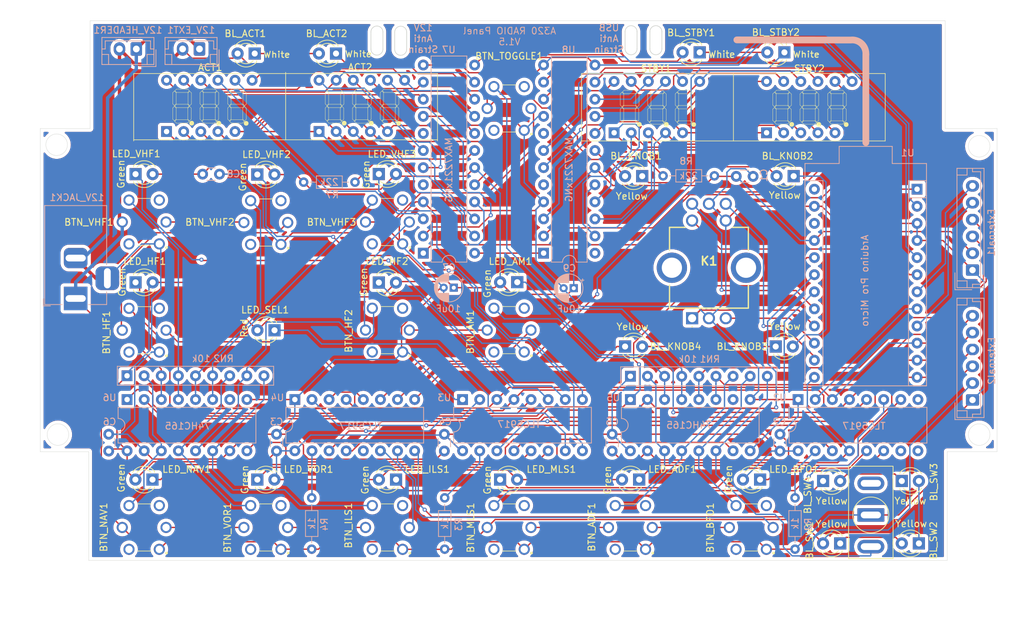
<source format=kicad_pcb>
(kicad_pcb (version 20240108) (generator "pcbnew") (generator_version "8.0")
  (title_block (title "A320 RADIO Panel") (date "2024-12-08") (rev "V1.5") (company "S.K.") (comment 1 "Pushbuttons: SW66-lwt"))
  (layers (0 "F.Cu" signal) (31 "B.Cu" signal) (34 "B.Paste" user) (35 "F.Paste" user) (36 "B.SilkS" user "B.Silkscreen") (37 "F.SilkS" user "F.Silkscreen") (38 "B.Mask" user) (39 "F.Mask" user) (44 "Edge.Cuts" user))
  (net 0 "")
  (net 1 "GND")
  (net 2 "12V_IN")
  (net 3 "Net-(BL_ACT1-K)")
  (net 4 "Net-(BL_ACT2-K)")
  (net 5 "BACKLIGHT_5")
  (net 6 "BACKLIGHT_7")
  (net 7 "BACKLIGHT_6")
  (net 8 "Net-(BL_KNOB1-K)")
  (net 9 "Net-(BL_KNOB2-K)")
  (net 10 "Net-(BL_KNOB3-K)")
  (net 11 "BACKLIGHT_2")
  (net 12 "Net-(BL_STBY1-K)")
  (net 13 "BACKLIGHT_1")
  (net 14 "Net-(BL_SW1-K)")
  (net 15 "Net-(BL_SW2-K)")
  (net 16 "Net-(BL_SW3-K)")
  (net 17 "BACKLIGHT_3")
  (net 18 "BACKLIGHT_4")
  (net 19 "+5V")
  (net 20 "ACT_S_A")
  (net 21 "ACT_S_DP")
  (net 22 "ACT_S_G")
  (net 23 "ACT_D3")
  (net 24 "ACT_S_C")
  (net 25 "ACT_S_B")
  (net 26 "ACT_D5")
  (net 27 "ACT_S_E")
  (net 28 "ACT_S_D")
  (net 29 "ACT_S_F")
  (net 30 "ACT_D4")
  (net 31 "ACT_D2")
  (net 32 "ACT_D0")
  (net 33 "ACT_D1")
  (net 34 "STBY_D3")
  (net 35 "STBY_D4")
  (net 36 "STBY_S_DP")
  (net 37 "STBY_S_A")
  (net 38 "STBY_S_B")
  (net 39 "STBY_D5")
  (net 40 "STBY_S_G")
  (net 41 "STBY_S_F")
  (net 42 "STBY_S_C")
  (net 43 "STBY_S_D")
  (net 44 "STBY_S_E")
  (net 45 "STBY_D1")
  (net 46 "STBY_D2")
  (net 47 "STBY_D0")
  (net 48 "LED_ADF")
  (net 49 "LED_AM")
  (net 50 "LED_BFO")
  (net 51 "LED_HF1")
  (net 52 "LED_HF2")
  (net 53 "LED_ILS")
  (net 54 "LED_MLS")
  (net 55 "LED_NAV")
  (net 56 "LED_SEL")
  (net 57 "LED_VHF1")
  (net 58 "LED_VHF2")
  (net 59 "LED_VHF3")
  (net 60 "LED_VOR")
  (net 61 "Net-(U2-R-EXT)")
  (net 62 "Net-(BTN_ADF1-A)")
  (net 64 "Net-(BTN_ADF1-K)")
  (net 65 "BTN_ADF")
  (net 67 "Net-(BTN_AM1-A)")
  (net 69 "BTN_AM")
  (net 73 "BTN_BFO")
  (net 75 "BTN_HF1")
  (net 76 "DISP_OUT")
  (net 77 "DISP_DIN")
  (net 78 "Net-(BTN_HF1-A)")
  (net 80 "Net-(U3-R-EXT)")
  (net 81 "Net-(U7-ISET)")
  (net 82 "BTN_HF2")
  (net 85 "Net-(BTN_HF2-A)")
  (net 87 "Net-(BTN_ILS1-A)")
  (net 89 "BTN_ILS")
  (net 90 "BTN_MLS")
  (net 93 "Net-(BTN_NAV1-K)")
  (net 95 "BTN_NAV")
  (net 96 "Net-(U4-R-EXT)")
  (net 97 "Net-(U8-ISET)")
  (net 101 "BTN_ON")
  (net 102 "BTN_TOGGLE")
  (net 104 "Net-(BTN_TOGGLE1-K)")
  (net 107 "Net-(BTN_VHF1-K)")
  (net 109 "BTN_VHF1")
  (net 112 "BTN_VHF2")
  (net 114 "BTN_VHF3")
  (net 116 "BTN_VOR")
  (net 126 "BTN_EXT2")
  (net 127 "POT_EXT1")
  (net 129 "POT_EXT2")
  (net 132 "BTN_EXT1")
  (net 133 "OSH_CLOCK")
  (net 134 "OUT_BRT_BACK")
  (net 135 "OSH_DOUT3")
  (net 136 "ENC_INC_KHz")
  (net 137 "ENC_DEC_KHz")
  (net 138 "ENC_INC_MHz")
  (net 139 "BTN_STBY")
  (net 140 "ENC_DEC_MHz")
  (net 141 "OUT_BRT_LED")
  (net 142 "DISP_CLOCK")
  (net 143 "DISP_LATCH")
  (net 146 "ISH_LATCH")
  (net 147 "ISH_DIN")
  (net 148 "OSH_DIN")
  (net 149 "ISH_CLOCK")
  (net 150 "OSH_DOUT1")
  (net 151 "OSH_DOUT2")
  (net 152 "ISH_DOUT1")
  (net 155 "OSH_LATCH")
  (footprint "My:SW66-lwt" (layer "F.Cu") (at 119.1768 93.4212)
    (property "Reference" "BTN_ADF1")
    (property "Value" "SW66-lwt")
  )
  (footprint "LED_THT:LED_D3.0mm" (layer "F.Cu") (at 150.2092 95.7934 180)
    (property "Reference" "BL_SW1")
    (property "Value" "Yellow")
  )
  (footprint "My:SW66-lwt" (layer "F.Cu") (at 101.1733 93.4212)
    (property "Reference" "BTN_MLS1")
    (property "Value" "SW66-lwt")
  )
  (footprint "SimPanel:T80-Z1" (layer "F.Cu") (at 154.7622 86.868)
    (property "Reference" "BTN_ON_OFF1" (hide yes))
    (property "Value" "BTN_SPDT[ON-OFF]")
  )
  (footprint "LED_THT:LED_D3.0mm" (layer "F.Cu") (at 75.3872 23.034 180)
    (property "Reference" "BL_ACT2")
    (property "Value" "White")
  )
  (footprint "My:2831AW" (layer "F.Cu") (at 56.5912 30.8356)
    (property "Reference" "ACT1")
    (property "Value" "2831AW")
  )
  (footprint "My:2831AW" (layer "F.Cu") (at 145.6362 31.0134)
    (property "Reference" "STBY2")
    (property "Value" "2831AW")
  )
  (footprint "LED_THT:LED_D3.0mm" (layer "F.Cu") (at 63.7116 86.313)
    (property "Reference" "LED_VOR1")
    (property "Value" "Green")
  )
  (footprint "LED_THT:LED_D3.0mm" (layer "F.Cu") (at 140.6398 66.548)
    (property "Reference" "BL_KNOB3")
    (property "Value" "Yellow")
  )
  (footprint "My:2831AW" (layer "F.Cu") (at 79.2226 30.8356)
    (property "Reference" "ACT2")
    (property "Value" "2831AW")
  )
  (footprint "LED_THT:LED_D3.0mm" (layer "F.Cu") (at 81.7456 40.93)
    (property "Reference" "LED_VHF3")
    (property "Value" "Green")
  )
  (footprint "My:SW66-lwt" (layer "F.Cu") (at 65.068 93.4212)
    (property "Reference" "BTN_VOR1")
    (property "Value" "SW66-lwt")
  )
  (footprint "My:SW66-lwt" (layer "F.Cu") (at 65.068 48.133)
    (property "Reference" "BTN_VHF2")
    (property "Value" "SW66-lwt")
  )
  (footprint "My:SW66-lwt" (layer "F.Cu") (at 47.0154 64.1231)
    (property "Reference" "BTN_HF1")
    (property "Value" "SW66-lwt")
  )
  (footprint "LED_THT:LED_D3.0mm" (layer "F.Cu") (at 45.6388 57.023)
    (property "Reference" "LED_HF1")
    (property "Value" "Green")
  )
  (footprint "My:2831AW" (layer "F.Cu") (at 123.0122 31.0134)
    (property "Reference" "STBY1")
    (property "Value" "2831AW")
  )
  (footprint "SamacSys_Parts:PEC11D4120FH0015" (layer "F.Cu") (at 128.2338 62.348)
    (property "Reference" "K1")
    (property "Value" "PEC11D-4120F-H0015" (hide yes))
  )
  (footprint "LED_THT:LED_D3.0mm" (layer "F.Cu") (at 99.7358 86.313)
    (property "Reference" "LED_MLS1")
    (property "Value" "Green")
  )
  (footprint "LED_THT:LED_D3.0mm" (layer "F.Cu") (at 63.7116 41.0056)
    (property "Reference" "LED_VHF2")
    (property "Value" "Green")
  )
  (footprint "LED_THT:LED_D3.0mm" (layer "F.Cu") (at 120.3748 86.313 180)
    (property "Reference" "LED_ADF1")
    (property "Value" "Green")
  )
  (footprint "My:SW66-lwt" (layer "F.Cu") (at 101.1733 64.1096)
    (property "Reference" "BTN_AM1")
    (property "Value" "SW66-lwt")
  )
  (footprint "LED_THT:LED_D3.0mm" (layer "F.Cu") (at 63.3222 23.034 180)
    (property "Reference" "BL_ACT1")
    (property "Value" "White")
  )
  (footprint "My:SW66-lwt" (layer "F.Cu") (at 47.0154 93.4212)
    (property "Reference" "BTN_NAV1")
    (property "Value" "SW66-lwt")
  )
  (footprint "LED_THT:LED_D3.0mm" (layer "F.Cu") (at 45.6388 40.9448)
    (property "Reference" "LED_VHF1")
    (property "Value" "Green")
  )
  (footprint "LED_THT:LED_D3.0mm" (layer "F.Cu") (at 81.7456 57.0484)
    (property "Reference" "LED_HF2")
    (property "Value" "Green")
  )
  (footprint "LED_THT:LED_D3.0mm" (layer "F.Cu") (at 143.3068 41.244 180)
    (property "Reference" "BL_KNOB2")
    (property "Value" "Yellow")
  )
  (footprint "My:SW66-lwt" (layer "F.Cu") (at 47.0154 48.0568)
    (property "Reference" "BTN_VHF1")
    (property "Value" "SW66-lwt")
  )
  (footprint "LED_THT:LED_D3.0mm" (layer "F.Cu") (at 161.8932 95.7934 180)
    (property "Reference" "BL_SW2")
    (property "Value" "Yellow")
  )
  (footprint "LED_THT:LED_D3.0mm" (layer "F.Cu") (at 84.2956 86.313 180)
    (property "Reference" "LED_ILS1")
    (property "Value" "Green")
  )
  (footprint "LED_THT:LED_D3.0mm" (layer "F.Cu") (at 102.2858 56.9976 180)
    (property "Reference" "LED_AM1")
    (property "Value" "Green")
  )
  (footprint "LED_THT:LED_D3.0mm" (layer "F.Cu") (at 159.3532 86.5224)
    (property "Reference" "BL_SW3")
    (property "Value" "Yellow")
  )
  (footprint "My:SW66-lwt" (layer "F.Cu") (at 83.1207 48.0568)
    (property "Reference" "BTN_VHF3")
    (property "Value" "SW66-lwt")
  )
  (footprint "My:SW66-lwt" (layer "F.Cu") (at 83.1207 93.4212)
    (property "Reference" "BTN_ILS1")
    (property "Value" "SW66-lwt")
  )
  (footprint "My:SW66-lwt" (layer "F.Cu") (at 83.1207 64.1096)
    (property "Reference" "BTN_HF2")
    (property "Value" "SW66-lwt")
  )
  (footprint "LED_THT:LED_D3.0mm" (layer "F.Cu") (at 118.2878 66.548)
    (property "Reference" "BL_KNOB4")
    (property "Value" "Yellow")
  )
  (footprint "LED_THT:LED_D3.0mm" (layer "F.Cu") (at 66.2616 64.135 180)
    (property "Reference" "LED_SEL1")
    (property "Value" "Red")
  )
  (footprint "LED_THT:LED_D3.0mm" (layer "F.Cu") (at 147.6692 86.5224)
    (property "Reference" "BL_SW4")
    (property "Value" "Yellow")
  )
  (footprint "LED_THT:LED_D3.0mm" (layer "F.Cu") (at 141.9352 22.86 180)
    (property "Reference" "BL_STBY2")
    (property "Value" "White")
  )
  (footprint "LED_THT:LED_D3.0mm" (layer "F.Cu") (at 48.152 86.313 180)
    (property "Reference" "LED_NAV1")
    (property "Value" "Green")
  )
  (footprint "LED_THT:LED_D3.0mm" (layer "F.Cu") (at 120.8278 41.244 180)
    (property "Reference" "BL_KNOB1")
    (property "Value" "Yellow")
  )
  (footprint "My:SW66-lwt" (layer "F.Cu") (at 137.1092 93.4212)
    (property "Reference" "BTN_BFO1")
    (property "Value" "SW66-lwt")
  )
  (footprint "LED_THT:LED_D3.0mm" (layer "F.Cu") (at 138.3226 86.313 180)
    (property "Reference" "LED_BFO1")
    (property "Value" "Green")
  )
  (footprint "LED_THT:LED_D3.0mm" (layer "F.Cu") (at 129.3622 22.86 180)
    (property "Reference" "BL_STBY1")
    (property "Value" "White")
  )
  (footprint "My:SW66-lwt" (layer "F.Cu") (at 101.1733 31.19)
    (property "Reference" "BTN_TOGGLE1")
    (property "Value" "SW66-lwt")
  )
  (footprint "Resistor_THT:R_Array_SIP9" (layer "B.Cu") (at 119.0752 70.9676)
    (property "Reference" "RN1")
    (property "Value" "10k")
  )
  (footprint "Resistor_THT:R_Axial_DIN0204_L3.6mm_D1.6mm_P7.62mm_Horizontal" (layer "B.Cu") (at 131.5466 41.1988 180)
    (property "Reference" "R8")
    (property "Value" "22k")
  )
  (footprint "Package_DIP:DIP-24_W7.62mm" (layer "B.Cu") (at 106.1974 52.6796)
    (property "Reference" "U8")
    (property "Value" "MAX7221xNG")
  )
  (footprint "Resistor_THT:R_Axial_DIN0204_L3.6mm_D1.6mm_P7.62mm_Horizontal" (layer "B.Cu") (at 70.5866 42.1386)
    (property "Reference" "R7")
    (property "Value" "22k")
  )
  (footprint "Package_DIP:DIP-16_W7.62mm" (layer "B.Cu") (at 44.3842 74.422 -90)
    (property "Reference" "U6")
    (property "Value" "74HC165")
  )
  (footprint "Capacitor_THT:C_Disc_D3.0mm_W1.6mm_P2.50mm" (layer "B.Cu") (at 134.787 41.275)
    (property "Reference" "C1")
    (property "Value" "0.1uF Ceramic" (hide yes))
  )
  (footprint "Capacitor_THT:C_Disc_D3.0mm_W1.6mm_P2.50mm" (layer "B.Cu") (at 41.656 82.0728 90)
    (property "Reference" "C6")
    (property "Value" "0.1uF Ceramic" (hide yes))
  )
  (footprint "Capacitor_THT:CP_Radial_D4.0mm_P1.50mm" (layer "B.Cu") (at 92.8624 57.8104 180)
    (property "Reference" "C7")
    (property "Value" "10uF")
  )
  (footprint "Connector_BarrelJack:BarrelJack_Horizontal" (layer "B.Cu") (at 36.7528 59.4134 -90)
    (property "Reference" "12V_JACK1")
    (property "Value" "Power Jack" (hide yes))
  )
  (footprint "Connector_JST:JST_EH_B6B-EH-A_1x06_P2.50mm_Vertical" (layer "B.Cu") (at 169.8498 55.1942 90)
    (property "Reference" "External1")
    (property "Value" "Pin Header 1x06" (hide yes))
  )
  (footprint "Package_DIP:DIP-16_W7.62mm" (layer "B.Cu") (at 143.9672 74.422 -90)
    (property "Reference" "U2")
    (property "Value" "TLC5917")
  )
  (footprint "Capacitor_THT:C_Disc_D3.0mm_W1.6mm_P2.50mm" (layer "B.Cu") (at 66.5607 82.0728 90)
    (property "Reference" "C3")
    (property "Value" "0.1uF Ceramic" (hide yes))
  )
  (footprint "Capacitor_THT:CP_Radial_D4.0mm_P1.50mm" (layer "B.Cu") (at 110.6678 57.8866 180)
    (property "Reference" "C9")
    (property "Value" "10uF")
  )
  (footprint "Package_DIP:DIP-24_W7.62mm" (layer "B.Cu") (at 88.3412 52.6796)
    (property "Reference" "U7")
    (property "Value" "MAX7221xNG")
  )
  (footprint "Connector_JST:JST_EH_B2B-EH-A_1x02_P2.50mm_Vertical" (layer "B.Cu") (at 45.7508 22.3568 180)
    (property "Reference" "12V_HEADER1")
    (property "Value" "Pin Header 1x02" (hide yes))
  )
  (footprint "Capacitor_THT:C_Disc_D3.0mm_W1.6mm_P2.50mm" (layer "B.Cu") (at 91.4654 79.5728 -90)
    (property "Reference" "C4")
    (property "Value" "0.1uF Ceramic" (hide yes))
  )
  (footprint "Arduino:Sparkfun_Pro_Micro" (layer "B.Cu") (at 146.3802 71.12)
    (property "Reference" "U1")
    (property "Value" "Arduino Pro Micro")
  )
  (footprint "Resistor_THT:R_Axial_DIN0204_L3.6mm_D1.6mm_P7.62mm_Horizontal" (layer "B.Cu") (at 71.7804 89.027 -90)
    (property "Reference" "R4")
    (property "Value" "1k")
  )
  (footprint "Package_DIP:DIP-16_W7.62mm" (layer "B.Cu") (at 94.1757 74.422 -90)
    (property "Reference" "U3")
    (property "Value" "TLC5917")
  )
  (footprint "Capacitor_THT:C_Disc_D3.0mm_W1.6mm_P2.50mm" (layer "B.Cu") (at 55.5952 40.9448)
    (property "Reference" "C8")
    (property "Value" "0.1uF Ceramic" (hide yes))
  )
  (footprint "Connector_JST:JST_EH_B6B-EH-A_1x06_P2.50mm_Vertical" (layer "B.Cu") (at 169.8498 74.4836 90)
    (property "Reference" "External2")
    (property "Value" "Pin Header 1x06" (hide yes))
  )
  (footprint "Connector_JST:JST_EH_B2B-EH-A_1x02_P2.50mm_Vertical" (layer "B.Cu") (at 55.1234 22.3568 180)
    (property "Reference" "12V_EXT1")
    (property "Value" "Pin Header 1x02" (hide yes))
  )
  (footprint "Package_DIP:DIP-16_W7.62mm" (layer "B.Cu") (at 69.28 74.422 -90)
    (property "Reference" "U4")
    (property "Value" "TLC5917")
  )
  (footprint "Resistor_THT:R_Axial_DIN0204_L3.6mm_D1.6mm_P7.62mm_Horizontal" (layer "B.Cu") (at 91.5162 89.027 -90)
    (property "Reference" "R3")
    (property "Value" "1k")
  )
  (footprint "Resistor_THT:R_Axial_DIN0204_L3.6mm_D1.6mm_P7.62mm_Horizontal" (layer "B.Cu") (at 143.51 89.027 -90)
    (property "Reference" "R2")
    (property "Value" "1k")
  )
  (footprint "Package_DIP:DIP-16_W7.62mm" (layer "B.Cu") (at 119.0715 74.422 -90)
    (property "Reference" "U5")
    (property "Value" "74HC165")
  )
  (footprint "Resistor_THT:R_Array_SIP9" (layer "B.Cu") (at 44.3738 70.8914)
    (property "Reference" "RN2")
    (property "Value" "10k")
  )
  (footprint "Capacitor_THT:C_Disc_D3.0mm_W1.6mm_P2.50mm" (layer "B.Cu") (at 116.3701 79.5674 -90)
    (property "Reference" "C5")
    (property "Value" "0.1uF Ceramic" (hide yes))
  )
  (footprint "Capacitor_THT:C_Disc_D3.0mm_W1.6mm_P2.50mm" (layer "B.Cu") (at 141.2748 82.0728 90)
    (property "Reference" "C2")
    (property "Value" "0.1uF Ceramic" (hide yes))
  )
  (gr_line (start 154.0192 23.1875) (end 154.0192 36.2685) (stroke (width 1)) (layer "B.SilkS"))
  (gr_arc (start 151.992065 21.014847) (mid 153.477866 21.660557) (end 154.0192 23.1875) (stroke (width 1)) (layer "B.SilkS"))
  (gr_line (start 134.874 21.0058) (end 151.7332 21.0285) (stroke (width 1)) (layer "B.SilkS"))
  (gr_line (start 134.366 26.0096) (end 134.366 36.0172) (stroke (width 0.1)) (layer "F.SilkS"))
  (gr_line (start 45.3644 36.0172) (end 45.3644 26.0096) (stroke (width 0.1)) (layer "F.SilkS"))
  (gr_line (start 90.4494 26.0096) (end 90.4494 36.0172) (stroke (width 0.1)) (layer "F.SilkS"))
  (gr_line (start 156.8958 26.0096) (end 156.8958 36.0172) (stroke (width 0.1)) (layer "F.SilkS"))
  (gr_line (start 90.4494 35.8394) (end 45.3644 35.8394) (stroke (width 0.1)) (layer "F.SilkS"))
  (gr_line (start 45.3898 26.0096) (end 90.4494 26.0096) (stroke (width 0.1)) (layer "F.SilkS"))
  (gr_line (start 67.9196 25.8318) (end 67.9196 35.8394) (stroke (width 0.1)) (layer "F.SilkS"))
  (gr_line (start 111.8362 26.0096) (end 156.8958 26.0096) (stroke (width 0.1)) (layer "F.SilkS"))
  (gr_line (start 156.8958 36.0172) (end 111.8108 36.0172) (stroke (width 0.1)) (layer "F.SilkS"))
  (gr_line (start 111.8108 36.0172) (end 111.8108 26.0096) (stroke (width 0.1)) (layer "F.SilkS"))
  (gr_arc (start 82.3468 22.3774) (mid 81.4578 23.2664) (end 80.5688 22.3774) (stroke (width 0.1)) (layer "Edge.Cuts"))
  (gr_arc (start 118.2878 19.7866) (mid 119.1768 18.8976) (end 120.0658 19.7866) (stroke (width 0.1)) (layer "Edge.Cuts"))
  (gr_line (start 173.4906 34.163) (end 173.4906 82.161) (stroke (width 0.05)) (layer "Edge.Cuts"))
  (gr_circle (center 170.84032 79.629) (end 172.44052 79.629) (stroke (width 0.05)) (fill none) (layer "Edge.Cuts"))
  (gr_line (start 85.8774 19.8628) (end 85.8774 22.4028) (stroke (width 0.1)) (layer "Edge.Cuts"))
  (gr_line (start 165.7858 34.163) (end 173.4906 34.163) (stroke (width 0.05)) (layer "Edge.Cuts"))
  (gr_line (start 118.2878 19.7866) (end 118.2878 22.3266) (stroke (width 0.1)) (layer "Edge.Cuts"))
  (gr_line (start 31.4874 82.169) (end 31.4874 34.163) (stroke (width 0.05)) (layer "Edge.Cuts"))
  (gr_line (start 120.0658 19.7866) (end 120.0658 22.3266) (stroke (width 0.1)) (layer "Edge.Cuts"))
  (gr_circle (center 33.928689 36.578397) (end 35.528889 36.578397) (stroke (width 0.05)) (fill none) (layer "Edge.Cuts"))
  (gr_line (start 38.6842 82.169) (end 31.4874 82.169) (stroke (width 0.05)) (layer "Edge.Cuts"))
  (gr_line (start 31.4874 34.163) (end 38.8874 34.163) (stroke (width 0.05)) (layer "Edge.Cuts"))
  (gr_line (start 173.4906 82.161) (end 166.0906 82.161) (stroke (width 0.05)) (layer "Edge.Cuts"))
  (gr_line (start 38.6842 98.3234) (end 38.6842 82.169) (stroke (width 0.05)) (layer "Edge.Cuts"))
  (gr_arc (start 84.0994 19.8628) (mid 84.9884 18.9738) (end 85.8774 19.8628) (stroke (width 0.1)) (layer "Edge.Cuts"))
  (gr_arc (start 123.7488 22.3266) (mid 122.8598 23.2156) (end 121.9708 22.3266) (stroke (width 0.1)) (layer "Edge.Cuts"))
  (gr_line (start 80.5688 19.8374) (end 80.5688 22.3774) (stroke (width 0.1)) (layer "Edge.Cuts"))
  (gr_line (start 165.7858 18.161) (end 165.7858 34.161) (stroke (width 0.05)) (layer "Edge.Cuts"))
  (gr_circle (center 34.121657 79.629) (end 35.721857 79.629) (stroke (width 0.05)) (fill none) (layer "Edge.Cuts"))
  (gr_arc (start 120.0658 22.3266) (mid 119.1768 23.2156) (end 118.2878 22.3266) (stroke (width 0.1)) (layer "Edge.Cuts"))
  (gr_circle (center 170.84032 36.80468) (end 172.44052 36.80468) (stroke (width 0.05)) (fill none) (layer "Edge.Cuts"))
  (gr_line (start 121.9708 19.7866) (end 121.9708 22.3266) (stroke (width 0.1)) (layer "Edge.Cuts"))
  (gr_arc (start 121.9708 19.7866) (mid 122.8598 18.8976) (end 123.7488 19.7866) (stroke (width 0.1)) (layer "Edge.Cuts"))
  (gr_line (start 82.3468 19.8374) (end 82.3468 22.3774) (stroke (width 0.1)) (layer "Edge.Cuts"))
  (gr_line (start 84.0994 19.8628) (end 84.0994 22.4028) (stroke (width 0.1)) (layer "Edge.Cuts"))
  (gr_arc (start 85.8774 22.4028) (mid 84.9884 23.2918) (end 84.0994 22.4028) (stroke (width 0.1)) (layer "Edge.Cuts"))
  (gr_line (start 166.0906 82.161) (end 166.0906 98.3234) (stroke (width 0.05)) (layer "Edge.Cuts"))
  (gr_line (start 166.0906 98.3234) (end 38.6842 98.3234) (stroke (width 0.05)) (layer "Edge.Cuts"))
  (gr_arc (start 80.5688 19.8374) (mid 81.4578 18.9484) (end 82.3468 19.8374) (stroke (width 0.1)) (layer "Edge.Cuts"))
  (gr_line (start 38.8874 18.161) (end 165.7858 18.161) (stroke (width 0.05)) (layer "Edge.Cuts"))
  (gr_line (start 38.8874 34.163) (end 38.8874 18.161) (stroke (width 0.05)) (layer "Edge.Cuts"))
  (gr_line (start 123.7488 19.7866) (end 123.7488 22.3266) (stroke (width 0.1)) (layer "Edge.Cuts"))
  (gr_text "USB\nAnti\nStrain" (at 115.9002 23.0124 0) (layer "B.SilkS") (effects (font (size 1 1)) (justify bottom mirror)))
  (gr_text "${TITLE}\n${REVISION}" (at 101.14 21.87 0) (layer "B.SilkS") (effects (font (size 1 1) (thickness 0.125)) (justify bottom mirror)))
  (gr_text "12V\nAnti\nStrain" (at 88.3158 23.0124 0) (layer "B.SilkS") (effects (font (size 1 1)) (justify bottom mirror)))
  (segment (start 71.7804 96.647) (end 67.2418 96.647) (width 0.2) (layer "F.Cu") (net 1))
  (segment (start 164.5666 79.7668) (end 169.8498 74.4836) (width 0.2) (layer "F.Cu") (net 1))
  (segment (start 101.9429 33.06) (end 103.3229 34.44) (width 0.2) (layer "F.Cu") (net 1))
  (segment (start 147.4819 45.72) (end 150.0219 48.26) (width 0.2) (layer "F.Cu") (net 1))
  (segment (start 103.3229 96.6712) (end 104.4496 95.5445) (width 0.2) (layer "F.Cu") (net 1))
  (segment (start 72.7821 96.647) (end 73.8846 95.5445) (width 0.2) (layer "F.Cu") (net 1))
  (segment (start 66.5607 79.5728) (end 62.0934 79.5728) (width 0.2) (layer "F.Cu") (net 1))
  (segment (start 121.6115 82.042) (end 122.9705 83.401) (width 0.2) (layer "F.Cu") (net 1))
  (segment (start 62.0934 79.5728) (end 59.6242 82.042) (width 0.2) (layer "F.Cu") (net 1))
  (segment (start 98.04 33.06) (end 101.9429 33.06) (width 0.2) (layer "F.Cu") (net 1))
  (segment (start 93.6204 95.5445) (end 92.5179 96.647) (width 0.2) (layer "F.Cu") (net 1))
  (segment (start 45.7508 22.3568) (end 47.4876 20.62) (width 0.5) (layer "F.Cu") (net 1))
  (segment (start 50.29 95.5462) (end 66.0926 95.5462) (width 0.2) (layer "F.Cu") (net 1))
  (segment (start 104.4496 95.5445) (end 120.1997 95.5445) (width 0.2) (layer "F.Cu") (net 1))
  (segment (start 146.3802 45.72) (end 147.4819 45.72) (width 0.2) (layer "F.Cu") (net 1))
  (segment (start 84.7852 47.48423) (end 84.7852 50.8217) (width 0.2) (layer "F.Cu") (net 1))
  (segment (start 87.20983 45.0596) (end 88.3412 45.0596) (width 0.2) (layer "F.Cu") (net 1))
  (segment (start 91.4654 82.0728) (end 90.2547 83.2835) (width 0.2) (layer "F.Cu") (net 1))
  (segment (start 70.56 82.52) (end 70.56 81.21) (width 0.2) (layer "F.Cu") (net 1))
  (segment (start 58.4017 83.2645) (end 59.6242 82.042) (width 0.2) (layer "F.Cu") (net 1))
  (segment (start 48.1467 83.2645) (end 58.4017 83.2645) (width 0.2) (layer "F.Cu") (net 1))
  (segment (start 97.41 33.69) (end 98.04 33.06) (width 0.2) (layer "F.Cu") (net 1))
  (segment (start 139.2588 96.6712) (end 138.1321 95.5445) (width 0.2) (layer "F.Cu") (net 1))
  (segment (start 68.9419 49.6587) (end 83.6222 49.6587) (width 0.2) (layer "F.Cu") (net 1))
  (segment (start 67.2176 51.383) (end 68.9419 49.6587) (width 0.2) (layer "F.Cu") (net 1))
  (segment (start 136.8515 74.422) (end 143.9672 74.422) (width 0.2) (layer "F.Cu") (net 1))
  (segment (start 89.6366 46.355) (end 104.902 46.355) (width 0.2) (layer "F.Cu") (net 1))
  (segment (start 73.8846 95.5445) (end 84.1436 95.5445) (width 0.2) (layer "F.Cu") (net 1))
  (segment (start 165.4556 50.8) (end 169.8498 55.1942) (width 0.2) (layer "F.Cu") (net 1))
  (segment (start 90.2547 83.2835) (end 71.3235 83.2835) (width 0.2) (layer "F.Cu") (net 1))
  (segment (start 46.9242 82.042) (end 48.1467 83.2645) (width 0.2) (layer "F.Cu") (net 1))
  (segment (start 39.7528 56.4134) (end 36.7528 53.4134) (width 0.5) (layer "F.Cu") (net 1))
  (segment (start 68.9228 79.5728) (end 66.5607 79.5728) (width 0.2) (layer "F.Cu") (net 1))
  (segment (start 116.3701 82.0674) (end 117.7037 83.401) (width 0.2) (layer "F.Cu") (net 1))
  (segment (start 95.3895 33.69) (end 97.41 33.69) (width 0.2) (layer "F.Cu") (net 1))
  (segment (start 142.5448 82.8724) (end 142.5448 80.8428) (width 0.2) (layer "F.Cu") (net 1))
  (segment (start 138.1321 95.5445) (end 122.4531 95.5445) (width 0.2) (layer "F.Cu") (net 1))
  (segment (start 85.114 63.6333) (end 85.114 67.2033) (width 0.2) (layer "F.Cu") (net 1))
  (segment (start 94.0591 32.3596) (end 95.3895 33.69) (width 0.2) (layer "F.Cu") (net 1))
  (segment (start 122.9705 83.401) (end 142.0162 83.401) (width 0.2) (layer "F.Cu") (net 1))
  (segment (start 49.165 96.6712) (end 50.29 95.5462) (width 0.2) (layer "F.Cu") (net 1))
  (segment (start 66.0926 95.5462) (end 67.2176 96.6712) (width 0.2) (layer "F.Cu") (net 1))
  (segment (start 85.2703 96.6712) (end 91.492 96.6712) (width 0.2) (layer "F.Cu") (net 1))
  (segment (start 103.3229 96.6712) (end 102.1962 95.5445) (width 0.2) (layer "F.Cu") (net 1))
  (segment (start 83.6222 49.6587) (end 85.2703 51.3068) (width 0.2) (layer "F.Cu") (net 1))
  (segment (start 70.56 81.21) (end 68.9228 79.5728) (width 0.2) (layer "F.Cu") (net 1))
  (segment (start 41.4528 56.4134) (end 39.7528 56.4134) (width 0.5) (layer "F.Cu") (net 1))
  (segment (start 71.7804 96.647) (end 72.7821 96.647) (width 0.2) (layer "F.Cu") (net 1))
  (segment (start 84.1436 95.5445) (end 85.2703 96.6712) (width 0.2) (layer "F.Cu") (net 1))
  (segment (start 102.1962 95.5445) (end 93.6204 95.5445) (width 0.2) (layer "F.Cu") (net 1))
  (segment (start 161.6202 50.8) (end 165.4556 50.8) (width 0.2) (layer "F.Cu") (net 1))
  (segment (start 164.5666 85.8774) (end 164.5666 79.7668) (width 0.2) (layer "F.Cu") (net 1))
  (segment (start 94.0591 32.3596) (end 88.3412 32.3596) (width 0.2) (layer "F.Cu") (net 1))
  (segment (start 67.2176 51.383) (end 68.9436 49.657) (width 0.2) (layer "F.Cu") (net 1))
  (segment (start 53.3866 20.62) (end 55.1234 22.3568) (width 0.5) (layer "F.Cu") (net 1))
  (segment (start 142.0162 83.401) (end 142.5448 82.8724) (width 0.2) (layer "F.Cu") (net 1))
  (segment (start 69.28 74.422) (end 62.1642 74.422) (width 0.2) (layer "F.Cu") (net 1))
  (segment (start 117.7037 83.401) (end 120.2525 83.401) (width 0.2) (layer "F.Cu") (net 1))
  (segment (start 88.3412 45.0596) (end 89.6366 46.355) (width 0.2) (layer "F.Cu") (net 1))
  (segment (start 135.3618 45.72) (end 146.3802 45.72) (width 0.2) (layer "F.Cu") (net 1))
  (segment (start 122.4531 95.5445) (end 121.3264 96.6712) (width 0.2) (layer "F.Cu") (net 1))
  (segment (start 143.51 96.647) (end 139.283 96.647) (width 0.2) (layer "F.Cu") (net 1))
  (segment (start 150.0219 48.26) (end 161.6202 48.26) (width 0.2) (layer "F.Cu") (net 1))
  (segment (start 158.876 91.568) (end 164.5666 85.8774) (width 0.2) (layer "F.Cu") (net 1))
  (segment (start 120.1997 95.5445) (end 121.3264 96.6712) (width 0.2) (layer "F.Cu") (net 1))
  (segment (start 154.7622 91.568) (end 158.876 91.568) (width 0.2) (layer "F.Cu") (net 1))
  (segment (start 133.2338 47.848) (end 135.3618 45.72) (width 0.2) (layer "F.Cu") (net 1))
  (segment (start 90.9369 57.8104) (end 85.114 63.6333) (width 0.2) (layer "F.Cu") (net 1))
  (segment (start 142.5448 80.8428) (end 141.2748 79.5728) (width 0.2) (layer "F.Cu") (net 1))
  (segment (start 87.20983 45.0596) (end 84.7852 47.48423) (width 0.2) (layer "F.Cu") (net 1))
  (segment (start 104.902 46.355) (end 106.1974 45.0596) (width 0.2) (layer "F.Cu") (net 1))
  (segment (start 120.2525 83.401) (end 121.6115 82.042) (width 0.2) (layer "F.Cu") (net 1))
  (segment (start 71.3235 83.2835) (end 70.56 82.52) (width 0.2) (layer "F.Cu") (net 1))
  (segment (start 91.5162 96.647) (end 92.5179 96.647) (width 0.2) (layer "F.Cu") (net 1))
  (segment (start 47.4876 20.62) (end 53.3866 20.62) (width 0.5) (layer "F.Cu") (net 1))
  (segment (start 111.7158 60.598) (end 128.9838 60.598) (width 0.2) (layer "B.Cu") (net 1))
  (segment (start 128.9838 60.598) (end 130.7338 62.348) (width 0.2) (layer "B.Cu") (net 1))
  (segment (start 66.5607 79.5728) (end 69.28 76.8535) (width 0.2) (layer "B.Cu") (net 1))
  (segment (start 45.5127 77.6417) (end 43.5816 79.5728) (width 0.2) (layer "B.Cu") (net 1))
  (segment (start 91.3624 57.8104) (end 91.3624 60.3744) (width 0.2) (layer "B.Cu") (net 1))
  (segment (start 97.0534 66.0654) (end 102.0287 66.0654) (width 0.2) (layer "B.Cu") (net 1))
  (segment (start 143.9672 76.8804) (end 141.2748 79.5728) (width 0.2) (layer "B.Cu") (net 1))
  (segment (start 49.3865 58.1471) (end 49.3865 51.5283) (width 0.2) (layer "B.Cu") (net 1))
  (segment (start 86.0116 67.3596) (end 85.2703 67.3596) (width 0.2) (layer "B.Cu") (net 1))
  (segment (start 169.8498 55.1942) (end 171.577 56.9214) (width 0.2) (layer "B.Cu") (net 1))
  (segment (start 37.9166 53.4134) (end 41.49 49.84) (width 0.5) (layer "B.Cu") (net 1))
  (segment (start 111.7158 60.598) (end 109.1678 58.05) (width 0.2) (layer "B.Cu") (net 1))
  (segment (start 102.0287 66.0654) (end 103.3229 67.3596) (width 0.2) (layer "B.Cu") (net 1))
  (segment (start 105.0653 46.1917) (end 106.1974 45.0596) (width 0.2) (layer "B.Cu") (net 1))
  (segment (start 133.2338 59.848) (end 130.7338 62.348) (width 0.2) (layer "B.Cu") (net 1))
  (segment (start 105.0653 53.7841) (end 105.0653 46.1917) (width 0.2) (layer "B.Cu") (net 1))
  (segment (start 41.4528 56.4134) (end 46.5594 51.3068) (width 0.2) (layer "B.Cu") (net 1))
  (segment (start 46.5594 51.3068) (end 49.165 51.3068) (width 0.2) (layer "B.Cu") (net 1))
  (segment (start 48.0313 66.5445) (end 48.0313 59.5023) (width 0.2) (layer "B.Cu") (net 1))
  (segment (start 61.2508 40.9448) (end 64.59 44.284) (width 0.2) (layer "B.Cu") (net 1))
  (segment (start 41.656 79.5728) (end 43.5816 79.5728) (width 0.2) (layer "B.Cu") (net 1))
  (segment (start 48.0313 59.5023) (end 49.3865 58.1471) (width 0.2) (layer "B.Cu") (net 1))
  (segment (start 41.49 49.84) (end 41.49 29.62) (width 0.5) (layer "B.Cu") (net 1))
  (segment (start 75.2174 68.4846) (end 84.1453 68.4846) (width 0.2) (layer "B.Cu") (net 1))
  (segment (start 143.51 96.647) (end 148.589 91.568) (width 0.2) (layer "B.Cu") (net 1))
  (segment (start 94.1757 74.422) (end 93.074 74.422) (width 0.2) (layer "B.Cu") (net 1))
  (segment (start 103.3229 42.1851) (end 106.1974 45.0596) (width 0.2) (layer "B.Cu") (net 1))
  (segment (start 64.59 48.7554) (end 67.2176 51.383) (width 0.2) (layer "B.Cu") (net 1))
  (segment (start 41.49 29.62) (end 45.7508 25.3592) (width 0.5) (layer "B.Cu") (net 1))
  (segment (start 44.455 79.5728) (end 41.656 79.5728) (width 0.2) (layer "B.Cu") (net 1))
  (segment (start 103.3229 34.44) (end 105.4033 32.3596) (width 0.2) (layer "B.Cu") (net 1))
  (segment (start 58.0952 40.9448) (end 61.2508 40.9448) (width 0.2) (layer "B.Cu") (net 1))
  (segment (start 103.3229 34.44) (end 103.3229 42.1851) (width 0.2) (layer "B.Cu") (net 1))
  (segment (start 91.3624 60.3744) (end 97.0534 66.0654) (width 0.2) (layer "B.Cu") (net 1))
  (segment (start 109.1678 57.8866) (end 105.0653 53.7841) (width 0.2) (layer "B.Cu") (net 1))
  (segment (start 48.0369 67.3731) (end 45.5127 69.8973) (width 0.2) (layer "B.Cu") (net 1))
  (segment (start 48.8599 67.3731) (end 48.0313 66.5445) (width 0.2) (layer "B.Cu") (net 1))
  (segment (start 138.0998 69.714) (end 138.0998 73.1737) (width 0.2) (layer "B.Cu") (net 1))
  (segment (start 143.9672 74.422) (end 143.9672 76.8804) (width 0.2) (layer "B.Cu") (net 1))
  (segment (start 148.589 91.568) (end 154.7622 91.568) (width 0.2) (layer "B.Cu") (net 1))
  (segment (start 46.9242 82.042) (end 44.455 79.5728) (width 0.2) (layer "B.Cu") (net 1))
  (segment (start 105.4033 32.3596) (end 106.1974 32.3596) (width 0.2) (layer "B.Cu") (net 1))
  (segment (start 136.8515 74.422) (end 138.0998 73.1737) (width 0.2) (layer "B.Cu") (net 1))
  (segment (start 171.577 72.7564) (end 169.8498 74.4836) (width 0.2) (layer "B.Cu") (net 1))
  (segment (start 45.7508 25.3592) (end 45.7508 22.3568) (width 0.5) (layer "B.Cu") (net 1))
  (segment (start 136.144 40.132) (end 137.287 41.275) (width 0.2) (layer "B.Cu") (net 1))
  (segment (start 171.577 56.9214) (end 171.577 72.7564) (width 0.2) (layer "B.Cu") (net 1))
  (segment (start 130.7338 62.348) (end 138.0998 69.714) (width 0.2) (layer "B.Cu") (net 1))
  (segment (start 93.074 74.422) (end 86.0116 67.3596) (width 0.2) (layer "B.Cu") (net 1))
  (segment (start 133.2338 47.848) (end 133.2338 59.848) (width 0.2) (layer "B.Cu") (net 1))
  (segment (start 133.2338 47.848) (end 130.7338 45.348) (width 0.2) (layer "B.Cu") (net 1))
  (segment (start 69.28 76.8535) (end 69.28 74.422) (width 0.2) (layer "B.Cu") (net 1))
  (segment (start 133.9342 40.132) (end 136.144 40.132) (width 0.2) (layer "B.Cu") (net 1))
  (segment (start 91.3624 57.8104) (end 85.2703 51.7183) (width 0.2) (layer "B.Cu") (net 1))
  (segment (start 161.6202 50.8) (end 161.6202 48.26) (width 0.2) (layer "B.Cu") (net 1))
  (segment (start 45.5127 69.8973) (end 45.5127 77.6417) (width 0.2) (layer "B.Cu") (net 1))
  (segment (start 84.1453 68.4846) (end 85.2703 67.3596) (width 0.2) (layer "B.Cu") (net 1))
  (segment (start 133.4008 40.6654) (end 133.9342 40.132) (width 0.2) (layer "B.Cu") (net 1))
  (segment (start 130.7338 45.348) (end 133.4008 42.681) (width 0.2) (layer "B.Cu") (net 1))
  (segment (start 64.59 44.284) (end 64.59 48.7554) (width 0.2) (layer "B.Cu") (net 1))
  (segment (start 49.165 67.3731) (end 48.0369 67.3731) (width 0.2) (layer "B.Cu") (net 1))
  (segment (start 69.28 74.422) (end 75.2174 68.4846) (width 0.2) (layer "B.Cu") (net 1))
  (segment (start 133.4008 42.681) (end 133.4008 40.6654) (width 0.2) (layer "B.Cu") (net 1))
  (segment (start 104.58 29.77) (end 105.94 31.13) (width 0.2) (layer "F.Cu") (net 2))
  (segment (start 73.0962 95.1462) (end 73.0979 95.1445) (width 0.2) (layer "F.Cu") (net 2))
  (segment (start 144.1179 92.2421) (end 147.6692 95.7934) (width 0.2) (layer "F.Cu") (net 2))
  (segment (start 50.3602 24.62) (end 52.6234 22.3568) (width 0.5) (layer "F.Cu") (net 2))
  (segment (start 111.21805 36.74625) (end 113.24 38.7682) (width 0.2) (layer "F.Cu") (net 2))
  (segment (start 107.02 31.13) (end 111.21805 35.32805) (width 0.2) (layer "F.Cu") (net 2))
  (segment (start 43.2508 22.3568) (end 45.514 24.62) (width 0.5) (layer "F.Cu") (net 2))
  (segment (start 97.8229 29.5223) (end 97.8229 31.19) (width 0.2) (layer "F.Cu") (net 2))
  (segment (start 111.21805 35.32805) (end 111.21805 36.74625) (width 0.2) (layer "F.Cu") (net 2))
  (segment (start 87.5807 26.0111) (end 92.718386 26.0111) (width 0.2) (layer "F.Cu") (net 2))
  (segment (start 96.8756 28.575) (end 97.8229 29.5223) (width 0.2) (layer "F.Cu") (net 2))
  (segment (start 115.812 38.7682) (end 118.2878 41.244) (width 0.2) (layer "F.Cu") (net 2))
  (segment (start 43.2508 47.6426) (end 43.2508 22.3568) (width 0.5) (layer "F.Cu") (net 2))
  (segment (start 73.0979 95.1445) (end 96.0996 95.1445) (width 0.2) (layer "F.Cu") (net 2))
  (segment (start 45.39 95.1462) (end 73.0962 95.1462) (width 0.2) (layer "F.Cu") (net 2))
  (segment (start 105.94 31.13) (end 107.02 31.13) (width 0.2) (layer "F.Cu") (net 2))
  (segment (start 96.0996 95.1445) (end 97.8229 93.4212) (width 0.2) (layer "F.Cu") (net 2))
  (segment (start 40.556 90.3122) (end 40.556 63.2166) (width 0.2) (layer "F.Cu") (net 2))
  (segment (start 60.0926 23.7236) (end 53.9902 23.7236) (width 0.2) (layer "F.Cu") (net 2))
  (segment (start 113.24 38.7682) (end 115.812 38.7682) (width 0.2) (layer "F.Cu") (net 2))
  (segment (start 86.4596 24.89) (end 87.5807 26.0111) (width 0.2) (layer "F.Cu") (net 2))
  (segment (start 40.556 63.2166) (end 36.7528 59.4134) (width 0.2) (layer "F.Cu") (net 2))
  (segment (start 60.7822 23.034) (end 62.6382 24.89) (width 0.2) (layer "F.Cu") (net 2))
  (segment (start 45.514 24.62) (end 50.3602 24.62) (width 0.5) (layer "F.Cu") (net 2))
  (segment (start 43.665 93.4212) (end 45.39 95.1462) (width 0.2) (layer "F.Cu") (net 2))
  (segment (start 97.8229 31.19) (end 99.2429 29.77) (width 0.2) (layer "F.Cu") (net 2))
  (segment (start 62.6382 24.89) (end 86.4596 24.89) (width 0.2) (layer "F.Cu") (net 2))
  (segment (start 99.002 92.2421) (end 144.1179 92.2421) (width 0.2) (layer "F.Cu") (net 2))
  (segment (start 60.7822 23.034) (end 60.0926 23.7236) (width 0.2) (layer "F.Cu") (net 2))
  (segment (start 99.002 92.2421) (end 97.8229 93.4212) (width 0.2) (layer "F.Cu") (net 2))
  (segment (start 53.9902 23.7236) (end 52.6234 22.3568) (width 0.2) (layer "F.Cu") (net 2))
  (segment (start 43.665 93.4212) (end 40.556 90.3122) (width 0.2) (layer "F.Cu") (net 2))
  (segment (start 99.2429 29.77) (end 104.58 29.77) (width 0.2) (layer "F.Cu") (net 2))
  (segment (start 92.718386 26.0111) (end 95.282286 28.575) (width 0.2) (layer "F.Cu") (net 2))
  (segment (start 95.282286 28.575) (end 96.8756 28.575) (width 0.2) (layer "F.Cu") (net 2))
  (segment (start 36.7528 56.9898) (end 43.665 50.0776) (width 0.5) (layer "B.Cu") (net 2))
  (segment (start 160.5532 81.2802) (end 169.8498 71.9836) (width 0.2) (layer "B.Cu") (net 2))
  (segment (start 160.5532 90.5766) (end 160.5532 81.2802) (width 0.2) (layer "B.Cu") (net 2))
  (segment (start 149.1631 93.8022) (end 157.3276 93.8022) (width 0.2) (layer "B.Cu") (net 2))
  (segment (start 147.6692 95.2961) (end 149.1631 93.8022) (width 0.2) (layer "B.Cu") (net 2))
  (segment (start 157.3276 93.8022) (end 160.5532 90.5766) (width 0.2) (layer "B.Cu") (net 2))
  (segment (start 36.7528 59.4134) (end 36.7528 56.9898) (width 0.5) (layer "B.Cu") (net 2))
  (segment (start 43.665 50.0776) (end 43.665 48.0568) (width 0.5) (layer "B.Cu") (net 2))
  (segment (start 63.3222 23.034) (end 72.8472 23.034) (width 0.2) (layer "F.Cu") (net 3))
  (segment (start 86.4914 24.49) (end 87.77 23.2114) (width 0.2) (layer "F.Cu") (net 4))
  (segment (start 116.88 23.2114) (end 87.77 23.2114) (width 0.2) (layer "F.Cu") (net 4))
  (segment (start 116.88 23.2114) (end 117.8486 24.18) (width 0.2) (layer "F.Cu") (net 4))
  (segment (start 76.8432 24.49) (end 86.4914 24.49) (width 0.2) (layer "F.Cu") (net 4))
  (segment (start 117.8486 24.18) (end 126.03 24.18) (width 0.2) (layer "F.Cu") (net 4))
  (segment (start 126.03 24.18) (end 126.8222 23.3878) (width 0.2) (layer "F.Cu") (net 4))
  (segment (start 75.3872 23.034) (end 76.8432 24.49) (width 0.2) (layer "F.Cu") (net 4))
  (segment (start 104.3229 64.1096) (end 99.6849 68.7476) (width 0.2) (layer "F.Cu") (net 5))
  (segment (start 99.6849 68.7476) (end 87.6544 68.7476) (width 0.2) (layer "F.Cu") (net 5))
  (segment (start 87.6544 68.7476) (end 81.98 74.422) (width 0.2) (layer "F.Cu") (net 5))
  (segment (start 87.2 90.79) (end 88.34 91.93) (width 0.2) (layer "B.Cu") (net 6))
  (segment (start 88.34 91.93) (end 138.7676 91.93) (width 0.2) (layer "B.Cu") (net 6))
  (segment (start 84.52 82.042) (end 84.52 83.571714) (width 0.2) (layer "B.Cu") (net 6))
  (segment (start 138.7676 91.93) (end 140.2588 93.4212) (width 0.2) (layer "B.Cu") (net 6))
  (segment (start 84.52 83.571714) (end 87.2 86.251714) (width 0.2) (layer "B.Cu") (net 6))
  (segment (start 87.2 86.251714) (end 87.2 90.79) (width 0.2) (layer "B.Cu") (net 6))
  (segment (start 86.2703 93.4212) (end 86.8 92.8915) (width 0.2) (layer "B.Cu") (net 7))
  (segment (start 86.8 86.4174) (end 82.4246 82.042) (width 0.2) (layer "B.Cu") (net 7))
  (segment (start 86.8 92.8915) (end 86.8 86.4174) (width 0.2) (layer "B.Cu") (net 7))
  (segment (start 121.7996 42.2158) (end 128.331 42.2158) (width 0.2) (layer "F.Cu") (net 8))
  (segment (start 128.331 42.2158) (end 130.6968 39.85) (width 0.2) (layer "F.Cu") (net 8))
  (segment (start 120.8278 41.244) (end 121.7996 42.2158) (width 0.2) (layer "F.Cu") (net 8))
  (segment (start 130.6968 39.85) (end 139.3728 39.85) (width 0.2) (layer "F.Cu") (net 8))
  (segment (start 139.3728 39.85) (end 140.7668 41.244) (width 0.2) (layer "F.Cu") (net 8))
  (segment (start 148.1074 64.0126) (end 148.1074 42.1386) (width 0.2) (layer "B.Cu") (net 9))
  (segment (start 148.1074 42.1386) (end 147.2128 41.244) (width 0.2) (layer "B.Cu") (net 9))
  (segment (start 143.1798 66.548) (end 144.9278 64.8) (width 0.2) (layer "B.Cu") (net 9))
  (segment (start 147.2128 41.244) (end 143.3068 41.244) (width 0.2) (layer "B.Cu") (net 9))
  (segment (start 147.32 64.8) (end 148.1074 64.0126) (width 0.2) (layer "B.Cu") (net 9))
  (segment (start 144.9278 64.8) (end 147.32 64.8) (width 0.2) (layer "B.Cu") (net 9))
  (segment (start 120.8278 66.548) (end 140.6398 66.548) (width 0.2) (layer "F.Cu") (net 10))
  (segment (start 118.2878 66.548) (end 117.0861 66.548) (width 0.2) (layer "F.Cu") (net 11))
  (segment (start 91.9344 69.5476) (end 87.06 74.422) (width 0.2) (layer "F.Cu") (net 11))
  (segment (start 117.0861 66.548) (end 114.0865 69.5476) (width 0.2) (layer "F.Cu") (net 11))
  (segment (start 114.0865 69.5476) (end 91.9344 69.5476) (width 0.2) (layer "F.Cu") (net 11))
  (segment (start 129.3622 22.86) (end 139.3952 22.86) (width 0.2) (layer "F.Cu") (net 12))
  (segment (start 103.7724 69.1476) (end 89.7944 69.1476) (width 0.2) (layer "F.Cu") (net 13))
  (segment (start 114.15 58.77) (end 103.7724 69.1476) (width 0.2) (layer "F.Cu") (net 13))
  (segment (start 114.16 58.77) (end 114.15 58.77) (width 0.2) (layer "F.Cu") (net 13))
  (segment (start 89.7944 69.1476) (end 84.52 74.422) (width 0.2) (layer "F.Cu") (net 13))
  (via (at 114.16 58.77) (size 0.6) (drill 0.3) (layers "F.Cu" "B.Cu") (net 13))
  (segment (start 114.16 56.37) (end 114.16 58.77) (width 0.2) (layer "B.Cu") (net 13))
  (segment (start 129.56 25.2) (end 128.0922 26.6678) (width 0.2) (layer "B.Cu") (net 13))
  (segment (start 139.5952 25.2) (end 129.56 25.2) (width 0.2) (layer "B.Cu") (net 13))
  (segment (start 128.0922 26.6678) (end 128.0922 42.4378) (width 0.2) (layer "B.Cu") (net 13))
  (segment (start 141.9352 22.86) (end 139.5952 25.2) (width 0.2) (layer "B.Cu") (net 13))
  (segment (start 128.0922 42.4378) (end 114.16 56.37) (width 0.2) (layer "B.Cu") (net 13))
  (segment (start 151.1092 94.8934) (end 150.2092 95.7934) (width 0.2) (layer "F.Cu") (net 14))
  (segment (start 159.3532 95.7934) (end 158.4532 94.8934) (width 0.2) (layer "F.Cu") (net 14))
  (segment (start 158.4532 94.8934) (end 151.1092 94.8934) (width 0.2) (layer "F.Cu") (net 14))
  (segment (start 161.8932 86.5224) (end 161.8932 95.7934) (width 0.2) (layer "B.Cu") (net 15))
  (segment (start 158.3108 85.48) (end 159.3532 86.5224) (width 0.2) (layer "F.Cu") (net 16))
  (segment (start 150.2092 86.5224) (end 151.2516 85.48) (width 0.2) (layer "F.Cu") (net 16))
  (segment (start 151.2516 85.48) (end 158.3108 85.48) (width 0.2) (layer "F.Cu") (net 16))
  (segment (start 142.3495 91.8421) (end 147.6692 86.5224) (width 0.2) (layer "F.Cu") (net 17))
  (segment (start 89.6021 91.8421) (end 88.55 90.79) (width 0.2) (layer "F.Cu") (net 17))
  (segment (start 142.3495 91.8421) (end 89.6021 91.8421) (width 0.2) (layer "F.Cu") (net 17))
  (via (at 88.55 90.79) (size 0.6) (drill 0.3) (layers "F.Cu" "B.Cu") (net 17))
  (segment (start 87.06 82.042) (end 87.6 82.582) (width 0.2) (layer "B.Cu") (net 17))
  (segment (start 87.6 89.84) (end 88.55 90.79) (width 0.2) (layer "B.Cu") (net 17))
  (segment (start 87.6 82.582) (end 87.6 89.84) (width 0.2) (layer "B.Cu") (net 17))
  (segment (start 51.8881 65.8462) (end 70.8642 65.8462) (width 0.2) (layer "F.Cu") (net 18))
  (segment (start 50.165 64.1231) (end 51.8881 65.8462) (width 0.2) (layer "F.Cu") (net 18))
  (segment (start 70.8642 65.8462) (end 79.44 74.422) (width 0.2) (layer "F.Cu") (net 18))
  (segment (start 55.5952 40.9448) (end 48.1788 40.9448) (width 0.2) (layer "F.Cu") (net 19))
  (segment (start 82.164 59.17) (end 84.2856 57.0484) (width 0.2) (layer "F.Cu") (net 19))
  (segment (start 71.6384 43.1904) (end 82.0252 43.1904) (width 0.2) (layer "F.Cu") (net 19))
  (segment (start 109.7567 58.7977) (end 110.6678 57.8866) (width 0.2) (layer "F.Cu") (net 19))
  (segment (start 146.3802 50.8) (end 147.701 49.4792) (width 0.2) (layer "F.Cu") (net 19))
  (segment (start 70.5866 42.1386) (end 71.6384 43.1904) (width 0.2) (layer "F.Cu") (net 19))
  (segment (start 84.4299 56.9041) (end 91.9561 56.9041) (width 0.2) (layer "F.Cu") (net 19))
  (segment (start 98.933 57.8104) (end 99.7458 56.9976) (width 0.2) (layer "F.Cu") (net 19))
  (segment (start 69.4536 41.0056) (end 70.5866 42.1386) (width 0.2) (layer "F.Cu") (net 19))
  (segment (start 64.969 83.6645) (end 66.5607 82.0728) (width 0.2) (layer "F.Cu") (net 19))
  (segment (start 94.6908 41.25) (end 95.9612 39.9796) (width 0.2) (layer "F.Cu") (net 19))
  (segment (start 84.2856 40.93) (end 82.0252 43.1904) (width 0.2) (layer "F.Cu") (net 19))
  (segment (start 44.3842 82.042) (end 44.3842 85.0852) (width 0.2) (layer "F.Cu") (net 19))
  (segment (start 166.6348 49.4792) (end 169.8498 52.6942) (width 0.2) (layer "F.Cu") (net 19))
  (segment (start 94.6908 41.25) (end 84.6056 41.25) (width 0.2) (layer "F.Cu") (net 19))
  (segment (start 42.8752 80.533) (end 42.8752 72.39) (width 0.2) (layer "F.Cu") (net 19))
  (segment (start 63.7216 64.135) (end 68.6866 59.17) (width 0.2) (layer "F.Cu") (net 19))
  (segment (start 66.2516 86.313) (end 81.7556 86.313) (width 0.2) (layer "F.Cu") (net 19))
  (segment (start 41.9623 81.7665) (end 43.5579 81.7665) (width 0.2) (layer "F.Cu") (net 19))
  (segment (start 91.9561 56.9041) (end 92.8624 57.8104) (width 0.2) (layer "F.Cu") (net 19))
  (segment (start 43.8334 82.042) (end 43.5579 81.7665) (width 0.2) (layer "F.Cu") (net 19))
  (segment (start 147.701 49.4792) (end 166.6348 49.4792) (width 0.2) (layer "F.Cu") (net 19))
  (segment (start 68.6866 59.17) (end 82.164 59.17) (width 0.2) (layer "F.Cu") (net 19))
  (segment (start 48.2605 83.6645) (end 64.969 83.6645) (width 0.2) (layer "F.Cu") (net 19))
  (segment (start 83.1851 84.8835) (end 100.8463 84.8835) (width 0.2) (layer "F.Cu") (net 19))
  (segment (start 91.4654 79.5728) (end 93.9346 82.042) (width 0.2) (layer "F.Cu") (net 19))
  (segment (start 100.8463 84.8835) (end 102.2758 86.313) (width 0.2) (layer "F.Cu") (net 19))
  (segment (start 116.3701 79.5674) (end 138.7694 79.5674) (width 0.2) (layer "F.Cu") (net 19))
  (segment (start 64.7684 39.5224) (end 57.0176 39.5224) (width 0.2) (layer "F.Cu") (net 19))
  (segment (start 48.1788 57.023) (end 56.6096 57.023) (width 0.2) (layer "F.Cu") (net 19))
  (segment (start 66.2516 41.0056) (end 69.4536 41.0056) (width 0.2) (layer "F.Cu") (net 19))
  (segment (start 57.0176 39.5224) (end 55.5952 40.9448) (width 0.2) (layer "F.Cu") (net 19))
  (segment (start 44.3842 82.042) (end 42.8752 80.533) (width 0.2) (layer "F.Cu") (net 19))
  (segment (start 45.612 86.313) (end 48.2605 83.6645) (width 0.2) (layer "F.Cu") (net 19))
  (segment (start 117.8348 86.313) (end 102.2758 86.313) (width 0.2) (layer "F.Cu") (net 19))
  (segment (start 113.8174 39.9796) (end 116.4728 42.635) (width 0.2) (layer "F.Cu") (net 19))
  (segment (start 99.7458 56.9976) (end 101.5459 58.7977) (width 0.2) (layer "F.Cu") (net 19))
  (segment (start 138.7694 79.5674) (end 141.2748 82.0728) (width 0.2) (layer "F.Cu") (net 19))
  (segment (start 66.2516 41.0056) (end 64.7684 39.5224) (width 0.2) (layer "F.Cu") (net 19))
  (segment (start 81.7556 86.313) (end 83.1851 84.8835) (width 0.2) (layer "F.Cu") (net 19))
  (segment (start 44.3842 85.0852) (end 45.612 86.313) (width 0.2) (layer "F.Cu") (net 19))
  (segment (start 91.4654 79.5728) (end 116.3647 79.5728) (width 0.2) (layer "F.Cu") (net 19))
  (segment (start 101.5459 58.7977) (end 109.7567 58.7977) (width 0.2) (layer "F.Cu") (net 19))
  (segment (start 42.8752 72.39) (end 44.3738 70.8914) (width 0.2) (layer "F.Cu") (net 19))
  (segment (start 56.6096 57.023) (end 63.7216 64.135) (width 0.2) (layer "F.Cu") (net 19))
  (segment (start 92.8624 57.8104) (end 98.933 57.8104) (width 0.2) (layer "F.Cu") (net 19))
  (segment (start 116.4728 42.635) (end 130.1104 42.635) (width 0.2) (layer "F.Cu") (net 19))
  (segment (start 130.1104 42.635) (end 131.5466 41.1988) (width 0.2) (layer "F.Cu") (net 19))
  (segment (start 134.787 41.275) (end 131.6228 41.275) (width 0.2) (layer "F.Cu") (net 19))
  (segment (start 110.6678 57.8866) (end 110.6678 43.1292) (width 0.2) (layer "B.Cu") (net 19))
  (segment (start 110.6678 43.1292) (end 113.8174 39.9796) (width 0.2) (layer "B.Cu") (net 19))
  (segment (start 119.0752 70.9676) (end 116.3701 73.6727) (width 0.2) (layer "B.Cu") (net 19))
  (segment (start 140.0228 82.0728) (end 135.7826 86.313) (width 0.2) (layer "B.Cu") (net 19))
  (segment (start 116.3701 79.5674) (end 118.8447 82.042) (width 0.2) (layer "B.Cu") (net 19))
  (segment (start 99.7458 56.9976) (end 99.7458 43.7642) (width 0.2) (layer "B.Cu") (net 19))
  (segment (start 69.28 82.042) (end 71.6249 79.6971) (width 0.2) (layer "B.Cu") (net 19))
  (segment (start 116.3701 73.6727) (end 116.3701 79.5674) (width 0.2) (layer "B.Cu") (net 19))
  (segment (start 47.6313 67.213014) (end 47.6313 57.5705) (width 0.2) (layer "B.Cu") (net 19))
  (segment (start 66.5607 86.0039) (end 66.5607 82.0728) (width 0.2) (layer "B.Cu") (net 19))
  (segment (start 71.6249 79.6971) (end 91.3411 79.6971) (width 0.2) (layer "B.Cu") (net 19))
  (segment (start 146.3802 50.8) (end 144.312 50.8) (width 0.2) (layer "B.Cu") (net 19))
  (segment (start 99.7458 43.7642) (end 95.9612 39.9796) (width 0.2) (layer "B.Cu") (net 19))
  (segment (start 141.2748 82.0728) (end 143.9364 82.0728) (width 0.2) (layer "B.Cu") (net 19))
  (segment (start 144.312 50.8) (end 134.787 41.275) (width 0.2) (layer "B.Cu") (net 19))
  (segment (start 141.2748 82.0728) (end 140.0228 82.0728) (width 0.2) (layer "B.Cu") (net 19))
  (segment (start 91.4654 79.5728) (end 93.9346 82.042) (width 0.2) (layer "B.Cu") (net 19))
  (segment (start 66.7036 82.042) (end 69.28 82.042) (width 0.2) (layer "B.Cu") (net 19))
  (segment (start 44.3738 70.470514) (end 47.6313 67.213014) (width 0.2) (layer "B.Cu") (net 19))
  (segment (start 73.6528 28.76) (end 75.4126 27.0002) (width 0.2) (layer "F.Cu") (net 20))
  (segment (start 54.541 28.76) (end 73.6528 28.76) (width 0.2) (layer "F.Cu") (net 20))
  (segment (start 52.7812 27.0002) (end 54.541 28.76) (width 0.2) (layer "F.Cu") (net 20))
  (segment (start 95.9612 27.2796) (end 94.5389 25.8573) (width 0.2) (layer "B.Cu") (net 20))
  (segment (start 94.5389 25.8573) (end 76.5555 25.8573) (width 0.2) (layer "B.Cu") (net 20))
  (segment (start 76.5555 25.8573) (end 75.4126 27.0002) (width 0.2) (layer "B.Cu") (net 20))
  (segment (start 65.169786 32.6262) (end 75.9586 32.6262) (width 0.2) (layer "F.Cu") (net 21))
  (segment (start 55.3212 34.6202) (end 56.9578 36.2568) (width 0.2) (layer "F.Cu") (net 21))
  (segment (start 56.9578 36.2568) (end 61.539186 36.2568) (width 0.2) (layer "F.Cu") (net 21))
  (segment (start 75.9586 32.6262) (end 77.9526 34.6202) (width 0.2) (layer "F.Cu") (net 21))
  (segment (start 61.539186 36.2568) (end 65.169786 32.6262) (width 0.2) (layer "F.Cu") (net 21))
  (segment (start 77.9526 34.6202) (end 80.0341 36.7017) (width 0.2) (layer "B.Cu") (net 21))
  (segment (start 83.341086 36.7017) (end 85.262586 38.6232) (width 0.2) (layer "B.Cu") (net 21))
  (segment (start 80.0341 36.7017) (end 83.341086 36.7017) (width 0.2) (layer "B.Cu") (net 21))
  (segment (start 90.043 39.69) (end 90.043 41.6814) (width 0.2) (layer "B.Cu") (net 21))
  (segment (start 85.262586 38.6232) (end 88.9762 38.6232) (width 0.2) (layer "B.Cu") (net 21))
  (segment (start 90.043 41.6814) (end 95.9612 47.5996) (width 0.2) (layer "B.Cu") (net 21))
  (segment (start 88.9762 38.6232) (end 90.043 39.69) (width 0.2) (layer "B.Cu") (net 21))
  (segment (start 64.7538 31.8262) (end 80.2386 31.8262) (width 0.2) (layer "F.Cu") (net 22))
  (segment (start 94.863814 33.73) (end 95.223814 34.09) (width 0.2) (layer "F.Cu") (net 22))
  (segment (start 61.9598 34.6202) (end 64.7538 31.8262) (width 0.2) (layer "F.Cu") (net 22))
  (segment (start 83.9228 33.73) (end 94.863814 33.73) (width 0.2) (layer "F.Cu") (net 22))
  (segment (start 95.223814 34.162214) (end 95.9612 34.8996) (width 0.2) (layer "F.Cu") (net 22))
  (segment (start 95.223814 34.09) (end 95.223814 34.162214) (width 0.2) (layer "F.Cu") (net 22))
  (segment (start 80.2386 31.8262) (end 83.0326 34.6202) (width 0.2) (layer "F.Cu") (net 22))
  (segment (start 83.0326 34.6202) (end 83.9228 33.73) (width 0.2) (layer "F.Cu") (net 22))
  (segment (start 60.4012 34.6202) (end 61.9598 34.6202) (width 0.2) (layer "F.Cu") (net 22))
  (segment (start 88.283514 37.4396) (end 79.421314 28.5774) (width 0.2) (layer "B.Cu") (net 23))
  (segment (start 79.421314 28.5774) (end 61.9784 28.5774) (width 0.2) (layer "B.Cu") (net 23))
  (segment (start 61.9784 28.5774) (end 60.4012 27.0002) (width 0.2) (layer "B.Cu") (net 23))
  (segment (start 61.3735 35.8568) (end 65.0041 32.2262) (width 0.2) (layer "F.Cu") (net 24))
  (segment (start 57.8612 34.6202) (end 59.0978 35.8568) (width 0.2) (layer "F.Cu") (net 24))
  (segment (start 65.0041 32.2262) (end 78.0986 32.2262) (width 0.2) (layer "F.Cu") (net 24))
  (segment (start 96.4946 36.0934) (end 96.5962 36.195) (width 0.2) (layer "F.Cu") (net 24))
  (segment (start 59.0978 35.8568) (end 61.3735 35.8568) (width 0.2) (layer "F.Cu") (net 24))
  (segment (start 97.7138 40.767) (end 95.9612 42.5196) (width 0.2) (layer "F.Cu") (net 24))
  (segment (start 96.5962 36.195) (end 96.6216 36.195) (width 0.2) (layer "F.Cu") (net 24))
  (segment (start 96.6216 36.195) (end 97.7138 37.2872) (width 0.2) (layer "F.Cu") (net 24))
  (segment (start 78.0986 32.2262) (end 80.4926 34.6202) (width 0.2) (layer "F.Cu") (net 24))
  (segment (start 81.9658 36.0934) (end 96.4946 36.0934) (width 0.2) (layer "F.Cu") (net 24))
  (segment (start 80.4926 34.6202) (end 81.9658 36.0934) (width 0.2) (layer "F.Cu") (net 24))
  (segment (start 97.7138 37.2872) (end 97.7138 40.767) (width 0.2) (layer "F.Cu") (net 24))
  (segment (start 63.2398 27.0002) (end 64.95 25.29) (width 0.2) (layer "F.Cu") (net 25))
  (segment (start 64.95 25.29) (end 83.8624 25.29) (width 0.2) (layer "F.Cu") (net 25))
  (segment (start 83.8624 25.29) (end 85.5726 27.0002) (width 0.2) (layer "F.Cu") (net 25))
  (segment (start 92.1512 28.5496) (end 87.122 28.5496) (width 0.2) (layer "B.Cu") (net 25))
  (segment (start 95.9612 32.3596) (end 92.1512 28.5496) (width 0.2) (layer "B.Cu") (net 25))
  (segment (start 87.122 28.5496) (end 85.5726 27.0002) (width 0.2) (layer "B.Cu") (net 25))
  (segment (start 50.2412 27.0002) (end 52.401 29.16) (width 0.2) (layer "F.Cu") (net 26))
  (segment (start 52.401 29.16) (end 87.6816 29.16) (width 0.2) (layer "F.Cu") (net 26))
  (segment (start 87.6816 29.16) (end 88.3412 29.8196) (width 0.2) (layer "F.Cu") (net 26))
  (segment (start 64.472086 34.6202) (end 62.035486 37.0568) (width 0.2) (layer "F.Cu") (net 27))
  (segment (start 62.035486 37.0568) (end 52.6778 37.0568) (width 0.2) (layer "F.Cu") (net 27))
  (segment (start 72.8726 34.6202) (end 64.472086 34.6202) (width 0.2) (layer "F.Cu") (net 27))
  (segment (start 52.6778 37.0568) (end 50.2412 34.6202) (width 0.2) (layer "F.Cu") (net 27))
  (segment (start 86.9142 43.023) (end 87.5792 43.688) (width 0.2) (layer "B.Cu") (net 27))
  (segment (start 96.47 51.43) (end 97.34 50.56) (width 0.2) (layer "B.Cu") (net 27))
  (segment (start 72.8726 34.6202) (end 75.7541 37.5017) (width 0.2) (layer "B.Cu") (net 27))
  (segment (start 83.009714 37.5017) (end 86.9142 41.406186) (width 0.2) (layer "B.Cu") (net 27))
  (segment (start 97.34 46.4384) (end 95.9612 45.0596) (width 0.2) (layer "B.Cu") (net 27))
  (segment (start 86.9142 41.406186) (end 86.9142 43.023) (width 0.2) (layer "B.Cu") (net 27))
  (segment (start 75.7541 37.5017) (end 83.009714 37.5017) (width 0.2) (layer "B.Cu") (net 27))
  (segment (start 97.34 50.56) (end 97.34 46.4384) (width 0.2) (layer "B.Cu") (net 27))
  (segment (start 87.5792 43.688) (end 90.918228 43.688) (width 0.2) (layer "B.Cu") (net 27))
  (segment (start 90.918228 43.688) (end 94.0508 46.820572) (width 0.2) (layer "B.Cu") (net 27))
  (segment (start 94.0508 50.2408) (end 95.24 51.43) (width 0.2) (layer "B.Cu") (net 27))
  (segment (start 94.0508 46.820572) (end 94.0508 50.2408) (width 0.2) (layer "B.Cu") (net 27))
  (segment (start 95.24 51.43) (end 96.47 51.43) (width 0.2) (layer "B.Cu") (net 27))
  (segment (start 61.8698 36.6568) (end 65.4304 33.0962) (width 0.2) (layer "F.Cu") (net 28))
  (segment (start 54.8178 36.6568) (end 61.8698 36.6568) (width 0.2) (layer "F.Cu") (net 28))
  (segment (start 65.4304 33.0962) (end 73.8886 33.0962) (width 0.2) (layer "F.Cu") (net 28))
  (segment (start 73.8886 33.0962) (end 75.4126 34.6202) (width 0.2) (layer "F.Cu") (net 28))
  (segment (start 52.7812 34.6202) (end 54.8178 36.6568) (width 0.2) (layer "F.Cu") (net 28))
  (segment (start 75.4126 34.6202) (end 77.8941 37.1017) (width 0.2) (layer "B.Cu") (net 28))
  (segment (start 89.101315 41.3054) (end 94.4508 46.654886) (width 0.2) (layer "B.Cu") (net 28))
  (segment (start 94.4508 46.654886) (end 94.4508 48.6292) (width 0.2) (layer "B.Cu") (net 28))
  (segment (start 94.4508 48.6292) (end 95.9612 50.1396) (width 0.2) (layer "B.Cu") (net 28))
  (segment (start 83.1754 37.1017) (end 87.3791 41.3054) (width 0.2) (layer "B.Cu") (net 28))
  (segment (start 87.3791 41.3054) (end 89.101315 41.3054) (width 0.2) (layer "B.Cu") (net 28))
  (segment (start 77.8941 37.1017) (end 83.1754 37.1017) (width 0.2) (layer "B.Cu") (net 28))
  (segment (start 76.6424 25.69) (end 77.9526 27.0002) (width 0.2) (layer "F.Cu") (net 29))
  (segment (start 69.6202 28.36) (end 72.2902 25.69) (width 0.2) (layer "F.Cu") (net 29))
  (segment (start 72.2902 25.69) (end 76.6424 25.69) (width 0.2) (layer "F.Cu") (net 29))
  (segment (start 55.3212 27.0002) (end 56.681 28.36) (width 0.2) (layer "F.Cu") (net 29))
  (segment (start 79.5882 28.6358) (end 77.9526 27.0002) (width 0.2) (layer "F.Cu") (net 29))
  (segment (start 95.9612 29.8196) (end 94.7774 28.6358) (width 0.2) (layer "F.Cu") (net 29))
  (segment (start 94.7774 28.6358) (end 79.5882 28.6358) (width 0.2) (layer "F.Cu") (net 29))
  (segment (start 56.681 28.36) (end 69.6202 28.36) (width 0.2) (layer "F.Cu") (net 29))
  (segment (start 87.541201 46.799601) (end 88.3412 47.5996) (width 0.2) (layer "B.Cu") (net 30))
  (segment (start 81.2292 43.4848) (end 84.544001 46.799601) (width 0.2) (layer "B.Cu") (net 30))
  (segment (start 57.8612 27.0002) (end 74.3458 43.4848) (width 0.2) (layer "B.Cu") (net 30))
  (segment (start 74.3458 43.4848) (end 81.2292 43.4848) (width 0.2) (layer "B.Cu") (net 30))
  (segment (start 84.544001 46.799601) (end 87.541201 46.799601) (width 0.2) (layer "B.Cu") (net 30))
  (segment (start 90.8094 39.9796) (end 90.8996 39.8894) (width 0.2) (layer "F.Cu") (net 31))
  (segment (start 88.3412 39.9796) (end 90.8094 39.9796) (width 0.2) (layer "F.Cu") (net 31))
  (via (at 90.8996 39.8894) (size 0.6) (drill 0.3) (layers "F.Cu" "B.Cu") (net 31))
  (segment (start 90.8996 37.839) (end 90.8996 39.8894) (width 0.2) (layer "B.Cu") (net 31))
  (segment (start 89.2556 36.195) (end 90.8996 37.839) (width 0.2) (layer "B.Cu") (net 31))
  (segment (start 87.6046 36.195) (end 89.2556 36.195) (width 0.2) (layer "B.Cu") (net 31))
  (segment (start 74.0498 28.1774) (end 79.587 28.1774) (width 0.2) (layer "B.Cu") (net 31))
  (segment (start 79.587 28.1774) (end 87.6046 36.195) (width 0.2) (layer "B.Cu") (net 31))
  (segment (start 72.8726 27.0002) (end 74.0498 28.1774) (width 0.2) (layer "B.Cu") (net 31))
  (segment (start 96.6099 48.7934) (end 98.3556 47.0477) (width 0.2) (layer "F.Cu") (net 32))
  (segment (start 89.6874 48.7934) (end 96.6099 48.7934) (width 0.2) (layer "F.Cu") (net 32))
  (segment (start 88.3412 50.1396) (end 89.6874 48.7934) (width 0.2) (layer "F.Cu") (net 32))
  (via (at 98.3556 47.0477) (size 0.6) (drill 0.3) (layers "F.Cu" "B.Cu") (net 32))
  (segment (start 94.2682 43.0364) (end 94.9198 43.688) (width 0.2) (layer "B.Cu") (net 32))
  (segment (start 87.0966 31.0642) (end 89.0742 31.0642) (width 0.2) (layer "B.Cu") (net 32))
  (segment (start 94.2682 36.2582) (end 94.2682 43.0364) (width 0.2) (layer "B.Cu") (net 32))
  (segment (start 83.0326 27.0002) (end 87.0966 31.0642) (width 0.2) (layer "B.Cu") (net 32))
  (segment (start 98.3556 45.3636) (end 96.68 43.688) (width 0.2) (layer "B.Cu") (net 32))
  (segment (start 98.3556 47.0477) (end 98.3556 45.3636) (width 0.2) (layer "B.Cu") (net 32))
  (segment (start 94.9198 43.688) (end 96.68 43.688) (width 0.2) (layer "B.Cu") (net 32))
  (segment (start 89.0742 31.0642) (end 94.2682 36.2582) (width 0.2) (layer "B.Cu") (net 32))
  (segment (start 80.4926 27.0002) (end 81.7282 28.2358) (width 0.2) (layer "F.Cu") (net 33))
  (segment (start 87.385 28.2358) (end 88.3412 27.2796) (width 0.2) (layer "F.Cu") (net 33))
  (segment (start 81.7282 28.2358) (end 87.385 28.2358) (width 0.2) (layer "F.Cu") (net 33))
  (segment (start 111.4044 27.4574) (end 112.8522 26.0096) (width 0.2) (layer "B.Cu") (net 34))
  (segment (start 111.4044 32.2326) (end 111.4044 27.4574) (width 0.2) (layer "B.Cu") (net 34))
  (segment (start 112.8522 26.0096) (end 125.6538 26.0096) (width 0.2) (layer "B.Cu") (net 34))
  (segment (start 106.1974 37.4396) (end 111.4044 32.2326) (width 0.2) (layer "B.Cu") (net 34))
  (segment (start 125.6538 26.0096) (end 126.8222 27.178) (width 0.2) (layer "B.Cu") (net 34))
  (segment (start 120.3452 31.115) (end 124.2822 27.178) (width 0.2) (layer "B.Cu") (net 35))
  (segment (start 108.4834 45.3136) (end 108.4834 40.1574) (width 0.2) (layer "B.Cu") (net 35))
  (segment (start 106.1974 47.5996) (end 108.4834 45.3136) (width 0.2) (layer "B.Cu") (net 35))
  (segment (start 112.5982 36.0426) (end 112.5982 31.8262) (width 0.2) (layer "B.Cu") (net 35))
  (segment (start 113.3094 31.115) (end 120.3452 31.115) (width 0.2) (layer "B.Cu") (net 35))
  (segment (start 108.4834 40.1574) (end 112.5982 36.0426) (width 0.2) (layer "B.Cu") (net 35))
  (segment (start 112.5982 31.8262) (end 113.3094 31.115) (width 0.2) (layer "B.Cu") (net 35))
  (segment (start 123.4342 36.49) (end 134.732314 36.49) (width 0.2) (layer "F.Cu") (net 36))
  (segment (start 121.7422 34.798) (end 123.4342 36.49) (width 0.2) (layer "F.Cu") (net 36))
  (segment (start 142.8662 33.298) (end 144.3662 34.798) (width 0.2) (layer "F.Cu") (net 36))
  (segment (start 134.732314 36.49) (end 137.924314 33.298) (width 0.2) (layer "F.Cu") (net 36))
  (segment (start 137.924314 33.298) (end 142.8662 33.298) (width 0.2) (layer "F.Cu") (net 36))
  (segment (start 122.22 35.2758) (end 122.22 43.13) (width 0.2) (layer "B.Cu") (net 36))
  (segment (start 122.22 43.13) (end 117.7504 47.5996) (width 0.2) (layer "B.Cu") (net 36))
  (segment (start 117.7504 47.5996) (end 113.8174 47.5996) (width 0.2) (layer "B.Cu") (net 36))
  (segment (start 119.2022 27.178) (end 117.9068 25.8826) (width 0.2) (layer "F.Cu") (net 37))
  (segment (start 141.8262 27.178) (end 140.6382 25.99) (width 0.2) (layer "F.Cu") (net 37))
  (segment (start 117.9068 25.8826) (end 115.2144 25.8826) (width 0.2) (layer "F.Cu") (net 37))
  (segment (start 125.49 26.47) (end 125.49 27.87) (width 0.2) (layer "F.Cu") (net 37))
  (segment (start 124.9 28.46) (end 120.4842 28.46) (width 0.2) (layer "F.Cu") (net 37))
  (segment (start 125.97 25.99) (end 125.49 26.47) (width 0.2) (layer "F.Cu") (net 37))
  (segment (start 125.49 27.87) (end 124.9 28.46) (width 0.2) (layer "F.Cu") (net 37))
  (segment (start 115.2144 25.8826) (end 113.8174 27.2796) (width 0.2) (layer "F.Cu") (net 37))
  (segment (start 120.4842 28.46) (end 119.2022 27.178) (width 0.2) (layer "F.Cu") (net 37))
  (segment (start 140.6382 25.99) (end 125.97 25.99) (width 0.2) (layer "F.Cu") (net 37))
  (segment (start 113.8174 32.3596) (end 124.1806 32.3596) (width 0.2) (layer "F.Cu") (net 38))
  (segment (start 124.1806 32.3596) (end 129.3622 27.178) (width 0.2) (layer "F.Cu") (net 38))
  (segment (start 129.3622 27.178) (end 130.8862 25.654) (width 0.2) (layer "B.Cu") (net 38))
  (segment (start 130.8862 25.654) (end 150.4622 25.654) (width 0.2) (layer "B.Cu") (net 38))
  (segment (start 150.4622 25.654) (end 151.9862 27.178) (width 0.2) (layer "B.Cu") (net 38))
  (segment (start 115.2906 28.5496) (end 116.6622 27.178) (width 0.2) (layer "F.Cu") (net 39))
  (segment (start 107.4674 28.5496) (end 115.2906 28.5496) (width 0.2) (layer "F.Cu") (net 39))
  (segment (start 106.1974 29.8196) (end 107.4674 28.5496) (width 0.2) (layer "F.Cu") (net 39))
  (segment (start 135.292942 34.798) (end 126.8222 34.798) (width 0.2) (layer "F.Cu") (net 40))
  (segment (start 147.1462 32.498) (end 137.592942 32.498) (width 0.2) (layer "F.Cu") (net 40))
  (segment (start 149.4462 34.798) (end 147.1462 32.498) (width 0.2) (layer "F.Cu") (net 40))
  (segment (start 137.592942 32.498) (end 135.292942 34.798) (width 0.2) (layer "F.Cu") (net 40))
  (segment (start 115.597486 33.1596) (end 125.1838 33.1596) (width 0.2) (layer "F.Cu") (net 40))
  (segment (start 113.857486 34.8996) (end 115.597486 33.1596) (width 0.2) (layer "F.Cu") (net 40))
  (segment (start 125.1838 33.1596) (end 126.8222 34.798) (width 0.2) (layer "F.Cu") (net 40))
  (segment (start 142.7782 25.59) (end 123.3302 25.59) (width 0.2) (layer "F.Cu") (net 41))
  (segment (start 123.3302 25.59) (end 121.7422 27.178) (width 0.2) (layer "F.Cu") (net 41))
  (segment (start 144.3662 27.178) (end 142.7782 25.59) (width 0.2) (layer "F.Cu") (net 41))
  (segment (start 119.1006 29.8196) (end 121.7422 27.178) (width 0.2) (layer "B.Cu") (net 41))
  (segment (start 113.8174 29.8196) (end 119.1006 29.8196) (width 0.2) (layer "B.Cu") (net 41))
  (segment (start 134.566628 36.09) (end 125.5742 36.09) (width 0.2) (layer "F.Cu") (net 42))
  (segment (start 145.0062 32.898) (end 137.758628 32.898) (width 0.2) (layer "F.Cu") (net 42))
  (segment (start 125.5742 36.09) (end 124.2822 34.798) (width 0.2) (layer "F.Cu") (net 42))
  (segment (start 146.9062 34.798) (end 145.0062 32.898) (width 0.2) (layer "F.Cu") (net 42))
  (segment (start 137.758628 32.898) (end 134.566628 36.09) (width 0.2) (layer "F.Cu") (net 42))
  (segment (start 112.54 48.19) (end 112.54 43.797) (width 0.2) (layer "B.Cu") (net 42))
  (segment (start 112.54 43.797) (end 113.8174 42.5196) (width 0.2) (layer "B.Cu") (net 42))
  (segment (start 122.62 43.295686) (end 117.015686 48.9) (width 0.2) (layer "B.Cu") (net 42))
  (segment (start 124.2822 34.798) (end 122.62 36.4602) (width 0.2) (layer "B.Cu") (net 42))
  (segment (start 122.62 36.4602) (end 122.62 43.295686) (width 0.2) (layer "B.Cu") (net 42))
  (segment (start 113.25 48.9) (end 112.54 48.19) (width 0.2) (layer "B.Cu") (net 42))
  (segment (start 117.015686 48.9) (end 113.25 48.9) (width 0.2) (layer "B.Cu") (net 42))
  (segment (start 138.09 33.698) (end 140.7262 33.698) (width 0.2) (layer "F.Cu") (net 43))
  (segment (start 134.838 36.95) (end 138.09 33.698) (width 0.2) (layer "F.Cu") (net 43))
  (segment (start 121.3542 36.95) (end 134.838 36.95) (width 0.2) (layer "F.Cu") (net 43))
  (segment (start 119.2022 34.798) (end 121.3542 36.95) (width 0.2) (layer "F.Cu") (net 43))
  (segment (start 140.7262 33.698) (end 141.8262 34.798) (width 0.2) (layer "F.Cu") (net 43))
  (segment (start 113.082029 41.280657) (end 115.443657 41.280657) (width 0.2) (layer "B.Cu") (net 43))
  (segment (start 115.443657 41.280657) (end 119.2022 37.522114) (width 0.2) (layer "B.Cu") (net 43))
  (segment (start 112.04 42.322686) (end 113.082029 41.280657) (width 0.2) (layer "B.Cu") (net 43))
  (segment (start 113.8174 50.1396) (end 112.04 48.3622) (width 0.2) (layer "B.Cu") (net 43))
  (segment (start 119.2022 37.522114) (end 119.2022 34.798) (width 0.2) (layer "B.Cu") (net 43))
  (segment (start 112.04 48.3622) (end 112.04 42.322686) (width 0.2) (layer "B.Cu") (net 43))
  (segment (start 139.2862 34.798) (end 137.555686 34.798) (width 0.2) (layer "F.Cu") (net 44))
  (segment (start 135.003686 37.35) (end 119.2142 37.35) (width 0.2) (layer "F.Cu") (net 44))
  (segment (start 137.555686 34.798) (end 135.003686 37.35) (width 0.2) (layer "F.Cu") (net 44))
  (segment (start 119.2142 37.35) (end 116.6622 34.798) (width 0.2) (layer "F.Cu") (net 44))
  (segment (start 116.169257 42.707743) (end 116.169257 41.120743) (width 0.2) (layer "B.Cu") (net 44))
  (segment (start 120.38 36.91) (end 120.38 34.06) (width 0.2) (layer "B.Cu") (net 44))
  (segment (start 119.84 33.52) (end 117.9402 33.52) (width 0.2) (layer "B.Cu") (net 44))
  (segment (start 116.169257 41.120743) (end 120.38 36.91) (width 0.2) (layer "B.Cu") (net 44))
  (segment (start 120.38 34.06) (end 119.84 33.52) (width 0.2) (layer "B.Cu") (net 44))
  (segment (start 113.8174 45.0596) (end 116.169257 42.707743) (width 0.2) (layer "B.Cu") (net 44))
  (segment (start 117.9402 33.52) (end 116.6622 34.798) (width 0.2) (layer "B.Cu") (net 44))
  (segment (start 144.9182 25.19) (end 115.341314 25.19) (width 0.2) (layer "F.Cu") (net 45))
  (segment (start 107.427 26.05) (end 106.1974 27.2796) (width 0.2) (layer "F.Cu") (net 45))
  (segment (start 115.341314 25.19) (end 114.481314 26.05) (width 0.2) (layer "F.Cu") (net 45))
  (segment (start 146.9062 27.178) (end 144.9182 25.19) (width 0.2) (layer "F.Cu") (net 45))
  (segment (start 114.481314 26.05) (end 107.427 26.05) (width 0.2) (layer "F.Cu") (net 45))
  (segment (start 139.2862 27.178) (end 131.6516 27.178) (width 0.2) (layer "F.Cu") (net 46))
  (segment (start 112.4448 33.6296) (end 114.5618 33.6296) (width 0.2) (layer "F.Cu") (net 46))
  (segment (start 114.5618 33.6296) (end 115.4318 32.7596) (width 0.2) (layer "F.Cu") (net 46))
  (segment (start 131.6516 27.178) (end 126.07 32.7596) (width 0.2) (layer "F.Cu") (net 46))
  (segment (start 115.4318 32.7596) (end 126.07 32.7596) (width 0.2) (layer "F.Cu") (net 46))
  (segment (start 111.7346 34.3398) (end 112.4448 33.6296) (width 0.2) (layer "F.Cu") (net 46))
  (via (at 111.7346 34.3398) (size 0.6) (drill 0.3) (layers "F.Cu" "B.Cu") (net 46))
  (segment (start 111.8372 34.3398) (end 106.1974 39.9796) (width 0.2) (layer "B.Cu") (net 46))
  (segment (start 150.82 36.59) (end 150.82 28.5518) (width 0.2) (layer "F.Cu") (net 47))
  (segment (start 150.82 28.5518) (end 149.4462 27.178) (width 0.2) (layer "F.Cu") (net 47))
  (segment (start 106.1974 50.1396) (end 107.407 48.93) (width 0.2) (layer "F.Cu") (net 47))
  (segment (start 107.407 48.93) (end 122.389057 48.93) (width 0.2) (layer "F.Cu") (net 47))
  (segment (start 127.726258 43.5928) (end 143.8172 43.5928) (width 0.2) (layer "F.Cu") (net 47))
  (segment (start 143.8172 43.5928) (end 150.82 36.59) (width 0.2) (layer "F.Cu") (net 47))
  (segment (start 122.389057 48.93) (end 127.726258 43.5928) (width 0.2) (layer "F.Cu") (net 47))
  (segment (start 120.3748 86.313) (end 122.4868 84.201) (width 0.2) (layer "F.Cu") (net 48))
  (segment (start 122.4868 84.201) (end 151.402514 84.201) (width 0.2) (layer "F.Cu") (net 48))
  (segment (start 151.402514 84.201) (end 152.908 82.695514) (width 0.2) (layer "F.Cu") (net 48))
  (segment (start 152.908 82.695514) (end 152.908 80.7212) (width 0.2) (layer "F.Cu") (net 48))
  (segment (start 152.908 80.7212) (end 159.2072 74.422) (width 0.2) (layer "F.Cu") (net 48))
  (segment (start 125.4506 76.327) (end 152.2222 76.327) (width 0.2) (layer "F.Cu") (net 49))
  (segment (start 152.2222 76.327) (end 154.1272 74.422) (width 0.2) (layer "F.Cu") (net 49))
  (via (at 125.4506 76.327) (size 0.6) (drill 0.3) (layers "F.Cu" "B.Cu") (net 49))
  (segment (start 125.4252 75.2749) (end 125.4506 76.327) (width 0.2) (layer "B.Cu") (net 49))
  (segment (start 123.1862 67.7888) (end 125.4252 70.0278) (width 0.2) (layer "B.Cu") (net 49))
  (segment (start 125.4252 70.0278) (end 125.4252 75.2749) (width 0.2) (layer "B.Cu") (net 49))
  (segment (start 102.2858 56.9976) (end 103.4875 56.9976) (width 0.2) (layer "B.Cu") (net 49))
  (segment (start 114.2787 67.7888) (end 123.1862 67.7888) (width 0.2) (layer "B.Cu") (net 49))
  (segment (start 103.4875 56.9976) (end 114.2787 67.7888) (width 0.2) (layer "B.Cu") (net 49))
  (segment (start 139.5243 86.313) (end 140.7971 85.0402) (width 0.2) (layer "F.Cu") (net 50))
  (segment (start 153.669 85.0402) (end 156.6672 82.042) (width 0.2) (layer "F.Cu") (net 50))
  (segment (start 140.7971 85.0402) (end 153.669 85.0402) (width 0.2) (layer "F.Cu") (net 50))
  (segment (start 138.3226 86.313) (end 139.5243 86.313) (width 0.2) (layer "F.Cu") (net 50))
  (segment (start 102.2877 76.47) (end 52.07 76.47) (width 0.2) (layer "F.Cu") (net 51))
  (segment (start 50.7347 66.7747) (end 46.24 62.28) (width 0.2) (layer "F.Cu") (net 51))
  (segment (start 52.07 76.47) (end 50.7347 75.1347) (width 0.2) (layer "F.Cu") (net 51))
  (segment (start 46.24 62.28) (end 46.24 57.6242) (width 0.2) (layer "F.Cu") (net 51))
  (segment (start 104.3357 74.422) (end 102.2877 76.47) (width 0.2) (layer "F.Cu") (net 51))
  (segment (start 50.7347 75.1347) (end 50.7347 66.7747) (width 0.2) (layer "F.Cu") (net 51))
  (segment (start 83.7268 59.0296) (end 87.853914 59.0296) (width 0.2) (layer "B.Cu") (net 52))
  (segment (start 101.610307 72.785993) (end 105.239693 72.785993) (width 0.2) (layer "B.Cu") (net 52))
  (segment (start 87.853914 59.0296) (end 101.610307 72.785993) (width 0.2) (layer "B.Cu") (net 52))
  (segment (start 81.7456 57.0484) (end 83.7268 59.0296) (width 0.2) (layer "B.Cu") (net 52))
  (segment (start 105.239693 72.785993) (end 106.8757 74.422) (width 0.2) (layer "B.Cu") (net 52))
  (segment (start 85.7688 87.9532) (end 143.4568 87.9532) (width 0.2) (layer "F.Cu") (net 53))
  (segment (start 84.2956 86.48) (end 85.7688 87.9532) (width 0.2) (layer "F.Cu") (net 53))
  (segment (start 143.4568 87.9532) (end 145.55 85.86) (width 0.2) (layer "F.Cu") (net 53))
  (via (at 145.55 85.86) (size 0.6) (drill 0.3) (layers "F.Cu" "B.Cu") (net 53))
  (segment (start 156.6672 74.422) (end 156.6672 76.3016) (width 0.2) (layer "B.Cu") (net 53))
  (segment (start 152.8572 80.1116) (end 152.8572 82.8128) (width 0.2) (layer "B.Cu") (net 53))
  (segment (start 151.45 84.22) (end 152.8572 82.8128) (width 0.2) (layer "B.Cu") (net 53))
  (segment (start 145.55 85.86) (end 147.19 84.22) (width 0.2) (layer "B.Cu") (net 53))
  (segment (start 147.19 84.22) (end 151.45 84.22) (width 0.2) (layer "B.Cu") (net 53))
  (segment (start 156.6672 76.3016) (end 152.8572 80.1116) (width 0.2) (layer "B.Cu") (net 53))
  (segment (start 134.8769 84.6166) (end 131.9788 87.5147) (width 0.2) (layer "F.Cu") (net 54))
  (segment (start 100.9375 87.5147) (end 99.7358 86.313) (width 0.2) (layer "F.Cu") (net 54))
  (segment (start 131.9788 87.5147) (end 100.9375 87.5147) (width 0.2) (layer "F.Cu") (net 54))
  (segment (start 151.5526 84.6166) (end 134.8769 84.6166) (width 0.2) (layer "F.Cu") (net 54))
  (segment (start 154.1272 82.042) (end 151.5526 84.6166) (width 0.2) (layer "F.Cu") (net 54))
  (segment (start 48.152 86.313) (end 49.3537 86.313) (width 0.2) (layer "F.Cu") (net 55))
  (segment (start 51.5832 84.0835) (end 49.3537 86.313) (width 0.2) (layer "F.Cu") (net 55))
  (segment (start 102.2942 84.0835) (end 51.5832 84.0835) (width 0.2) (layer "F.Cu") (net 55))
  (segment (start 104.3357 82.042) (end 102.2942 84.0835) (width 0.2) (layer "F.Cu") (net 55))
  (segment (start 109.4157 82.042) (end 109.4157 79.4602) (width 0.2) (layer "B.Cu") (net 56))
  (segment (start 109.4157 79.4602) (end 106.4037 76.4482) (width 0.2) (layer "B.Cu") (net 56))
  (segment (start 90.436814 66.1688) (end 73.2536 66.1688) (width 0.2) (layer "B.Cu") (net 56))
  (segment (start 73.2536 66.1688) (end 71.2198 64.135) (width 0.2) (layer "B.Cu") (net 56))
  (segment (start 97.97 75.55) (end 97.97 73.701986) (width 0.2) (layer "B.Cu") (net 56))
  (segment (start 71.2198 64.135) (end 66.2616 64.135) (width 0.2) (layer "B.Cu") (net 56))
  (segment (start 106.4037 76.4482) (end 98.8682 76.4482) (width 0.2) (layer "B.Cu") (net 56))
  (segment (start 97.97 73.701986) (end 90.436814 66.1688) (width 0.2) (layer "B.Cu") (net 56))
  (segment (start 98.8682 76.4482) (end 97.97 75.55) (width 0.2) (layer "B.Cu") (net 56))
  (segment (start 55.42 53.65) (end 55.54 53.77) (width 0.2) (layer "F.Cu") (net 57))
  (segment (start 83.16 53.77) (end 55.54 53.77) (width 0.2) (layer "F.Cu") (net 57))
  (via (at 83.16 53.77) (size 0.6) (drill 0.3) (layers "F.Cu" "B.Cu") (net 57))
  (via (at 55.42 53.65) (size 0.6) (drill 0.3) (layers "F.Cu" "B.Cu") (net 57))
  (segment (start 46.63 41.936) (end 45.6388 40.9448) (width 0.2) (layer "B.Cu") (net 57))
  (segment (start 83.16 53.77) (end 101.775993 72.385993) (width 0.2) (layer "B.Cu") (net 57))
  (segment (start 55.42 53.65) (end 54.073886 53.65) (width 0.2) (layer "B.Cu") (net 57))
  (segment (start 46.63 46.206114) (end 46.63 41.936) (width 0.2) (layer "B.Cu") (net 57))
  (segment (start 107.379693 72.385993) (end 109.4157 74.422) (width 0.2) (layer "B.Cu") (net 57))
  (segment (start 54.073886 53.65) (end 46.63 46.206114) (width 0.2) (layer "B.Cu") (net 57))
  (segment (start 101.775993 72.385993) (end 107.379693 72.385993) (width 0.2) (layer "B.Cu") (net 57))
  (segment (start 74.9601 50.2587) (end 77.7214 53.02) (width 0.2) (layer "F.Cu") (net 58))
  (segment (start 92.0104 55.1553) (end 88.29 55.1553) (width 0.2) (layer "F.Cu") (net 58))
  (segment (start 92.1207 55.2656) (end 92.0104 55.1553) (width 0.2) (layer "F.Cu") (net 58))
  (segment (start 86.1547 53.02) (end 88.29 55.1553) (width 0.2) (layer "F.Cu") (net 58))
  (segment (start 77.7214 53.02) (end 86.1547 53.02) (width 0.2) (layer "F.Cu") (net 58))
  (via (at 92.1207 55.2656) (size 0.6) (drill 0.3) (layers "F.Cu" "B.Cu") (net 58))
  (via (at 74.9601 50.2587) (size 0.6) (drill 0.3) (layers "F.Cu" "B.Cu") (net 58))
  (segment (start 110.6857 72.3998) (end 103.9513 65.6654) (width 0.2) (layer "B.Cu") (net 58))
  (segment (start 74.9601 50.2587) (end 74.8013 50.2587) (width 0.2) (layer "B.Cu") (net 58))
  (segment (start 93.264 55.2656) (end 92.1207 55.2656) (width 0.2) (layer "B.Cu") (net 58))
  (segment (start 64.99 48.589714) (end 64.99 42.284) (width 0.2) (layer "B.Cu") (net 58))
  (segment (start 66.590286 50.19) (end 64.99 48.589714) (width 0.2) (layer "B.Cu") (net 58))
  (segment (start 95.9866 57.9882) (end 93.264 55.2656) (width 0.2) (layer "B.Cu") (net 58))
  (segment (start 95.9866 60.5282) (end 95.9866 57.9882) (width 0.2) (layer "B.Cu") (net 58))
  (segment (start 74.7326 50.19) (end 66.590286 50.19) (width 0.2) (layer "B.Cu") (net 58))
  (segment (start 64.99 42.284) (end 63.7116 41.0056) (width 0.2) (layer "B.Cu") (net 58))
  (segment (start 103.9513 65.6654) (end 101.1238 65.6654) (width 0.2) (layer "B.Cu") (net 58))
  (segment (start 111.9557 80.9403) (end 110.6857 79.6703) (width 0.2) (layer "B.Cu") (net 58))
  (segment (start 110.6857 79.6703) (end 110.6857 72.3998) (width 0.2) (layer "B.Cu") (net 58))
  (segment (start 111.9557 82.042) (end 111.9557 80.9403) (width 0.2) (layer "B.Cu") (net 58))
  (segment (start 74.8013 50.2587) (end 74.7326 50.19) (width 0.2) (layer "B.Cu") (net 58))
  (segment (start 101.1238 65.6654) (end 95.9866 60.5282) (width 0.2) (layer "B.Cu") (net 58))
  (segment (start 96.3866 57.822514) (end 90.3629 51.798814) (width 0.2) (layer "B.Cu") (net 59))
  (segment (start 102.7938 65.249402) (end 102.511202 65.249402) (width 0.2) (layer "B.Cu") (net 59))
  (segment (start 102.511202 65.249402) (end 102.508004 65.2526) (width 0.2) (layer "B.Cu") (net 59))
  (segment (start 81.7456 40.93) (end 81.7456 43.435514) (width 0.2) (layer "B.Cu") (net 59))
  (segment (start 96.3866 60.362514) (end 96.3866 57.822514) (width 0.2) (layer "B.Cu") (net 59))
  (segment (start 89.528801 46.399601) (end 90.3629 47.2337) (width 0.2) (layer "B.Cu") (net 59))
  (segment (start 104.100988 65.249402) (end 103.8352 65.249402) (width 0.2) (layer "B.Cu") (net 59))
  (segment (start 84.709687 46.399601) (end 89.528801 46.399601) (width 0.2) (layer "B.Cu") (net 59))
  (segment (start 111.9557 74.422) (end 111.9557 73.104114) (width 0.2) (layer "B.Cu") (net 59))
  (segment (start 103.8352 65.249402) (end 102.7938 65.249402) (width 0.2) (layer "B.Cu") (net 59))
  (segment (start 90.3629 51.798814) (end 90.3629 47.2337) (width 0.2) (layer "B.Cu") (net 59))
  (segment (start 103.8352 65.249402) (end 101.273488 65.249402) (width 0.2) (layer "B.Cu") (net 59))
  (segment (start 111.9557 73.104114) (end 104.100988 65.249402) (width 0.2) (layer "B.Cu") (net 59))
  (segment (start 101.273488 65.249402) (end 96.3866 60.362514) (width 0.2) (layer "B.Cu") (net 59))
  (segment (start 81.7456 43.435514) (end 84.709687 46.399601) (width 0.2) (layer "B.Cu") (net 59))
  (segment (start 102.7938 65.249402) (end 101.419002 65.249402) (width 0.2) (layer "B.Cu") (net 59))
  (segment (start 102.508004 65.2526) (end 102.190595 65.2526) (width 0.2) (layer "B.Cu") (net 59))
  (segment (start 104.4342 84.4835) (end 106.8757 82.042) (width 0.2) (layer "F.Cu") (net 60))
  (segment (start 65.5411 84.4835) (end 104.4342 84.4835) (width 0.2) (layer "F.Cu") (net 60))
  (segment (start 63.7116 86.313) (end 65.5411 84.4835) (width 0.2) (layer "F.Cu") (net 60))
  (segment (start 143.51 89.027) (end 143.51 85.0392) (width 0.2) (layer "B.Cu") (net 61))
  (segment (start 143.51 85.0392) (end 146.5072 82.042) (width 0.2) (layer "B.Cu") (net 61))
  (segment (start 104.3229 93.4212) (end 115.8264 93.4212) (width 0.2) (layer "F.Cu") (net 62))
  (segment (start 133.7588 93.4212) (end 122.3264 93.4212) (width 0.2) (layer "F.Cu") (net 64))
  (segment (start 133.0415 72.2413) (end 134.3152 70.9676) (width 0.2) (layer "B.Cu") (net 65))
  (segment (start 133.0415 75.692) (end 133.0415 72.2413) (width 0.2) (layer "B.Cu") (net 65))
  (segment (start 119.664 90.1712) (end 116.8264 90.1712) (width 0.2) (layer "B.Cu") (net 65))
  (segment (start 126.6915 82.042) (end 126.6915 83.1437) (width 0.2) (layer "B.Cu") (net 65))
  (segment (start 126.6915 83.1437) (end 119.664 90.1712) (width 0.2) (layer "B.Cu") (net 65))
  (segment (start 126.6915 82.042) (end 133.0415 75.692) (width 0.2) (layer "B.Cu") (net 65))
  (segment (start 86.2703 64.1096) (end 97.8229 64.1096) (width 0.2) (layer "F.Cu") (net 67))
  (segment (start 100.3933 62.43) (end 108.354214 62.43) (width 0.2) (layer "B.Cu") (net 69))
  (segment (start 124.1552 73.3166) (end 124.1552 70.9676) (width 0.2) (layer "B.Cu") (net 69))
  (segment (start 124.1515 73.3203) (end 124.1552 73.3166) (width 0.2) (layer "B.Cu") (net 69))
  (segment (start 108.354214 62.43) (end 114.113014 68.1888) (width 0.2) (layer "B.Cu") (net 69))
  (segment (start 121.3764 68.1888) (end 124.1552 70.9676) (width 0.2) (layer "B.Cu") (net 69))
  (segment (start 124.1515 74.422) (end 124.1515 73.3203) (width 0.2) (layer "B.Cu") (net 69))
  (segment (start 114.113014 68.1888) (end 121.3764 68.1888) (width 0.2) (layer "B.Cu") (net 69))
  (segment (start 98.8229 60.8596) (end 100.3933 62.43) (width 0.2) (layer "B.Cu") (net 69))
  (segment (start 134.7588 90.1712) (end 129.2315 84.6439) (width 0.2) (layer "B.Cu") (net 73))
  (segment (start 135.5256 75.7479) (end 135.5256 72.2972) (width 0.2) (layer "B.Cu") (net 73))
  (segment (start 129.2315 82.042) (end 135.5256 75.7479) (width 0.2) (layer "B.Cu") (net 73))
  (segment (start 129.2315 84.6439) (end 129.2315 82.042) (width 0.2) (layer "B.Cu") (net 73))
  (segment (start 135.5256 72.2972) (end 136.8552 70.9676) (width 0.2) (layer "B.Cu") (net 73))
  (segment (start 45.49 65.93765) (end 49.4538 69.901451) (width 0.2) (layer "F.Cu") (net 75))
  (segment (start 45.49 61.6981) (end 45.49 65.93765) (width 0.2) (layer "F.Cu") (net 75))
  (segment (start 44.665 60.8731) (end 45.49 61.6981) (width 0.2) (layer "F.Cu") (net 75))
  (segment (start 49.4538 70.8914) (end 49.4538 69.901451) (width 0.2) (layer "F.Cu") (net 75))
  (segment (start 49.4538 70.8914) (end 49.4538 71.9931) (width 0.2) (layer "B.Cu") (net 75))
  (segment (start 49.4642 74.422) (end 49.4642 72.0035) (width 0.2) (layer "B.Cu") (net 75))
  (segment (start 49.4642 72.0035) (end 49.4538 71.9931) (width 0.2) (layer "B.Cu") (net 75))
  (segment (start 95.9612 52.6796) (end 106.1974 52.6796) (width 0.2) (layer "F.Cu") (net 76))
  (segment (start 144.6022 43.9928) (end 145.0594 44.45) (width 0.2) (layer "F.Cu") (net 77))
  (segment (start 147.4978 44.45) (end 148.7678 43.18) (width 0.2) (layer "F.Cu") (net 77))
  (segment (start 123.2449 48.6705) (end 123.2449 48.639843) (width 0.2) (layer "F.Cu") (net 77))
  (segment (start 148.7678 43.18) (end 161.6202 43.18) (width 0.2) (layer "F.Cu") (net 77))
  (segment (start 89.5858 51.435) (end 120.4804 51.435) (width 0.2) (layer "F.Cu") (net 77))
  (segment (start 88.3412 52.6796) (end 89.5858 51.435) (width 0.2) (layer "F.Cu") (net 77))
  (segment (start 145.0594 44.45) (end 147.4978 44.45) (width 0.2) (layer "F.Cu") (net 77))
  (segment (start 120.4804 51.435) (end 123.2449 48.6705) (width 0.2) (layer "F.Cu") (net 77))
  (segment (start 127.891943 43.9928) (end 144.6022 43.9928) (width 0.2) (layer "F.Cu") (net 77))
  (segment (start 123.2449 48.639843) (end 127.891943 43.9928) (width 0.2) (layer "F.Cu") (net 77))
  (segment (start 68.2176 48.133) (end 66.7006 49.65) (width 0.2) (layer "F.Cu") (net 78))
  (segment (start 66.7006 49.65) (end 48.61 49.65) (width 0.2) (layer "F.Cu") (net 78))
  (segment (start 43.54 54.72) (end 48.61 49.65) (width 0.2) (layer "F.Cu") (net 78))
  (segment (start 43.54 63.9981) (end 43.54 54.72) (width 0.2) (layer "F.Cu") (net 78))
  (segment (start 96.7157 83.8275) (end 91.5162 89.027) (width 0.2) (layer "B.Cu") (net 80))
  (segment (start 96.7157 82.042) (end 96.7157 83.8275) (width 0.2) (layer "B.Cu") (net 80))
  (segment (start 94.6912 38.7096) (end 81.6356 38.7096) (width 0.2) (layer "F.Cu") (net 81))
  (segment (start 95.9612 37.4396) (end 94.6912 38.7096) (width 0.2) (layer "F.Cu") (net 81))
  (segment (start 81.6356 38.7096) (end 78.2066 42.1386) (width 0.2) (layer "F.Cu") (net 81))
  (segment (start 80.963 61.0523) (end 80.963 64.5143) (width 0.2) (layer "B.Cu") (net 82))
  (segment (start 62.1538 70.8914) (end 60.8942 72.151) (width 0.2) (layer "B.Cu") (net 82))
  (segment (start 60.8942 75.692) (end 54.5442 82.042) (width 0.2) (layer "B.Cu") (net 82))
  (segment (start 64.9916 66.9519) (end 62.1538 69.7897) (width 0.2) (layer "B.Cu") (net 82))
  (segment (start 78.2461 65.3086) (end 75.8463 62.9088) (width 0.2) (layer "B.Cu") (net 82))
  (segment (start 65.1911 62.9088) (end 64.9916 63.1083) (width 0.2) (layer "B.Cu") (net 82))
  (segment (start 60.8942 72.151) (end 60.8942 75.692) (width 0.2) (layer "B.Cu") (net 82))
  (segment (start 64.9916 63.1083) (end 64.9916 66.9519) (width 0.2) (layer "B.Cu") (net 82))
  (segment (start 80.963 64.5143) (end 80.1687 65.3086) (width 0.2) (layer "B.Cu") (net 82))
  (segment (start 75.8463 62.9088) (end 65.1911 62.9088) (width 0.2) (layer "B.Cu") (net 82))
  (segment (start 80.1687 65.3086) (end 78.2461 65.3086) (width 0.2) (layer "B.Cu") (net 82))
  (segment (start 62.1538 70.8914) (end 62.1538 69.7897) (width 0.2) (layer "B.Cu") (net 82))
  (segment (start 79.6146 63.9539) (end 79.6146 54.7125) (width 0.2) (layer "B.Cu") (net 85))
  (segment (start 79.6146 54.7125) (end 86.2703 48.0568) (width 0.2) (layer "B.Cu") (net 85))
  (segment (start 79.7703 93.4212) (end 68.2176 93.4212) (width 0.2) (layer "F.Cu") (net 87))
  (segment (start 57.0842 82.042) (end 64.6938 74.4324) (width 0.2) (layer "B.Cu") (net 89))
  (segment (start 70.1052 90.1712) (end 67.7672 87.8332) (width 0.2) (layer "B.Cu") (net 89))
  (segment (start 80.7703 90.1712) (end 70.1052 90.1712) (width 0.2) (layer "B.Cu") (net 89))
  (segment (start 67.7672 87.8332) (end 60.1218 87.8332) (width 0.2) (layer "B.Cu") (net 89))
  (segment (start 57.0842 84.7956) (end 57.0842 82.042) (width 0.2) (layer "B.Cu") (net 89))
  (segment (start 64.6938 74.4324) (end 64.6938 70.8914) (width 0.2) (layer "B.Cu") (net 89))
  (segment (start 60.1218 87.8332) (end 57.0842 84.7956) (width 0.2) (layer "B.Cu") (net 89))
  (segment (start 122.8598 72.2122) (end 122.8598 80.7503) (width 0.2) (layer "B.Cu") (net 90))
  (segment (start 98.8229 90.1712) (end 101.1609 87.8332) (width 0.2) (layer "B.Cu") (net 90))
  (segment (start 121.3104 87.8332) (end 124.1515 84.9921) (width 0.2) (layer "B.Cu") (net 90))
  (segment (start 101.1609 87.8332) (end 121.3104 87.8332) (width 0.2) (layer "B.Cu") (net 90))
  (segment (start 121.6152 70.9676) (end 122.8598 72.2122) (width 0.2) (layer "B.Cu") (net 90))
  (segment (start 122.8598 80.7503) (end 124.1515 82.042) (width 0.2) (layer "B.Cu") (net 90))
  (segment (start 124.1515 84.9921) (end 124.1515 82.042) (width 0.2) (layer "B.Cu") (net 90))
  (segment (start 50.165 93.4212) (end 61.7176 93.4212) (width 0.2) (layer "F.Cu") (net 93))
  (segment (start 49.4642 82.042) (end 49.4642 80.9403) (width 0.2) (layer "B.Cu") (net 95))
  (segment (start 46.882 84.6242) (end 46.882 87.9542) (width 0.2) (layer "B.Cu") (net 95))
  (segment (start 49.4642 80.9403) (end 48.1838 79.6599) (width 0.2) (layer "B.Cu") (net 95))
  (segment (start 49.4642 82.042) (end 46.882 84.6242) (width 0.2) (layer "B.Cu") (net 95))
  (segment (start 48.1838 72.1614) (end 46.9138 70.8914) (width 0.2) (layer "B.Cu") (net 95))
  (segment (start 48.1838 79.6599) (end 48.1838 72.1614) (width 0.2) (layer "B.Cu") (net 95))
  (segment (start 46.882 87.9542) (end 44.665 90.1712) (width 0.2) (layer "B.Cu") (net 95))
  (segment (start 71.82 88.9874) (end 71.82 82.042) (width 0.2) (layer "B.Cu") (net 96))
  (segment (start 121.096 38.3682) (end 114.746 38.3682) (width 0.2) (layer "F.Cu") (net 97))
  (segment (start 123.9266 41.1988) (end 121.096 38.3682) (width 0.2) (layer "F.Cu") (net 97))
  (segment (start 114.746 38.3682) (end 113.8174 37.4396) (width 0.2) (layer "F.Cu") (net 97))
  (segment (start 154.7622 96.268) (end 154.7622 97.5697) (width 0.2) (layer "B.Cu") (net 101))
  (segment (start 141.7828 96.334014) (end 141.7828 92.7354) (width 0.2) (layer "B.Cu") (net 101))
  (segment (start 154.6829 97.649) (end 143.097786 97.649) (width 0.2) (layer "B.Cu") (net 101))
  (segment (start 131.7715 82.042) (end 139.3952 74.4183) (width 0.2) (layer "B.Cu") (net 101))
  (segment (start 141.7828 92.7354) (end 140.51685 91.46945) (width 0.2) (layer "B.Cu") (net 101))
  (segment (start 139.3952 74.4183) (end 139.3952 70.9676) (width 0.2) (layer "B.Cu") (net 101))
  (segment (start 140.51685 91.46945) (end 137.74015 91.46945) (width 0.2) (layer "B.Cu") (net 101))
  (segment (start 131.7715 85.5008) (end 131.7715 82.042) (width 0.2) (layer "B.Cu") (net 101))
  (segment (start 154.7622 97.5697) (end 154.6829 97.649) (width 0.2) (layer "B.Cu") (net 101))
  (segment (start 137.74015 91.46945) (end 131.7715 85.5008) (width 0.2) (layer "B.Cu") (net 101))
  (segment (start 143.097786 97.649) (end 141.7828 96.334014) (width 0.2) (layer "B.Cu") (net 101))
  (segment (start 126.6915 73.3203) (end 126.6952 73.3166) (width 0.2) (layer "B.Cu") (net 102))
  (segment (start 126.6952 70.9676) (end 126.6952 69.8659) (width 0.2) (layer "B.Cu") (net 102))
  (segment (start 100.7341 29.8512) (end 98.8229 27.94) (width 0.2) (layer "B.Cu") (net 102))
  (segment (start 126.6952 73.3166) (end 126.6952 70.9676) (width 0.2) (layer "B.Cu") (net 102))
  (segment (start 126.6915 74.422) (end 126.6915 73.3203) (width 0.2) (layer "B.Cu") (net 102))
  (segment (start 117.8273 60.998) (end 109.788 60.998) (width 0.2) (layer "B.Cu") (net 102))
  (segment (start 109.788 60.998) (end 100.7341 51.9441) (width 0.2) (layer "B.Cu") (net 102))
  (segment (start 126.6952 69.8659) (end 117.8273 60.998) (width 0.2) (layer "B.Cu") (net 102))
  (segment (start 100.7341 51.9441) (end 100.7341 29.8512) (width 0.2) (layer "B.Cu") (net 102))
  (segment (start 83.6441 48.0568) (end 87.9671 43.7338) (width 0.2) (layer "F.Cu") (net 104))
  (segment (start 87.9671 43.7338) (end 97.9562 43.7338) (width 0.2) (layer "F.Cu") (net 104))
  (segment (start 104.7 36.99) (end 97.9562 43.7338) (width 0.2) (layer "F.Cu") (net 104))
  (segment (start 79.7703 48.0568) (end 83.6441 48.0568) (width 0.2) (layer "F.Cu") (net 104))
  (segment (start 104.7 31.5671) (end 104.7 36.99) (width 0.2) (layer "F.Cu") (net 104))
  (segment (start 50.165 48.0568) (end 61.6414 48.0568) (width 0.2) (layer "F.Cu") (net 107))
  (segment (start 51.9938 73.3099) (end 51.9938 70.8914) (width 0.2) (layer "B.Cu") (net 109))
  (segment (start 51.9938 52.1356) (end 44.665 44.8068) (width 0.2) (layer "B.Cu") (net 109))
  (segment (start 52.0042 73.3203) (end 51.9938 73.3099) (width 0.2) (layer "B.Cu") (net 109))
  (segment (start 52.0042 74.422) (end 52.0042 73.3203) (width 0.2) (layer "B.Cu") (net 109))
  (segment (start 51.9938 70.8914) (end 51.9938 52.1356) (width 0.2) (layer "B.Cu") (net 109))
  (segment (start 54.5442 74.422) (end 54.5442 73.3203) (width 0.2) (layer "B.Cu") (net 112))
  (segment (start 54.5442 73.3203) (end 54.5338 73.3099) (width 0.2) (layer "B.Cu") (net 112))
  (segment (start 54.5338 73.3099) (end 54.5338 70.8914) (width 0.2) (layer "B.Cu") (net 112))
  (segment (start 54.5338 70.8914) (end 64.19 61.2352) (width 0.2) (layer "B.Cu") (net 112))
  (segment (start 64.19 46.3554) (end 64.19 61.2352) (width 0.2) (layer "B.Cu") (net 112))
  (segment (start 62.7176 44.883) (end 64.19 46.3554) (width 0.2) (layer "B.Cu") (net 112))
  (segment (start 57.0738 68.9959) (end 80.7703 45.2994) (width 0.2) (layer "B.Cu") (net 114))
  (segment (start 57.0738 70.8914) (end 57.0738 68.9959) (width 0.2) (layer "B.Cu") (net 114))
  (segment (start 57.0842 73.3203) (end 57.0738 73.3099) (width 0.2) (layer "B.Cu") (net 114))
  (segment (start 57.0842 74.422) (end 57.0842 73.3203) (width 0.2) (layer "B.Cu") (net 114))
  (segment (start 57.0738 73.3099) (end 57.0738 70.8914) (width 0.2) (layer "B.Cu") (net 114))
  (segment (start 58.3438 72.1614) (end 58.3438 75.7024) (width 0.2) (layer "B.Cu") (net 116))
  (segment (start 62.7176 90.1712) (end 60.1334 90.1712) (width 0.2) (layer "B.Cu") (net 116))
  (segment (start 59.6138 70.8914) (end 58.3438 72.1614) (width 0.2) (layer "B.Cu") (net 116))
  (segment (start 60.1334 90.1712) (end 52.0042 82.042) (width 0.2) (layer "B.Cu") (net 116))
  (segment (start 58.3438 75.7024) (end 52.0042 82.042) (width 0.2) (layer "B.Cu") (net 116))
  (segment (start 160.698914 64.7446) (end 164.0332 64.7446) (width 0.2) (layer "F.Cu") (net 126))
  (segment (start 171.8754 49.7198) (end 169.8498 47.6942) (width 0.2) (layer "F.Cu") (net 126))
  (segment (start 153.223514 72.22) (end 160.698914 64.7446) (width 0.2) (layer "F.Cu") (net 126))
  (segment (start 133.0276 72.22) (end 153.223514 72.22) (width 0.2) (layer "F.Cu") (net 126))
  (segment (start 131.7752 70.9676) (end 133.0276 72.22) (width 0.2) (layer "F.Cu") (net 126))
  (segment (start 171.8754 56.9024) (end 171.8754 49.7198) (width 0.2) (layer "F.Cu") (net 126))
  (segment (start 164.0332 64.7446) (end 171.8754 56.9024) (width 0.2) (layer "F.Cu") (net 126))
  (segment (start 131.7715 72.073) (end 131.7752 72.0693) (width 0.2) (layer "B.Cu") (net 126))
  (segment (start 131.7715 74.422) (end 131.7715 72.073) (width 0.2) (layer "B.Cu") (net 126))
  (segment (start 131.7752 70.9676) (end 131.7752 72.0693) (width 0.2) (layer "B.Cu") (net 126))
  (segment (start 166.2366 48.8074) (end 169.8498 45.1942) (width 0.2) (layer "B.Cu") (net 127))
  (segment (start 166.2366 58.8836) (end 166.2366 48.8074) (width 0.2) (layer "B.Cu") (net 127))
  (segment (start 161.6202 63.5) (end 166.2366 58.8836) (width 0.2) (layer "B.Cu") (net 127))
  (segment (start 161.6202 58.42) (end 165.8366 54.2036) (width 0.2) (layer "B.Cu") (net 129))
  (segment (start 165.8366 54.2036) (end 165.8366 46.7074) (width 0.2) (layer "B.Cu") (net 129))
  (segment (start 165.8366 46.7074) (end 169.8498 42.6942) (width 0.2) (layer "B.Cu") (net 129))
  (segment (start 171.4754 51.8198) (end 169.8498 50.1942) (width 0.2) (layer "F.Cu") (net 132))
  (segment (start 160.5026 62.2554) (end 165.9128 62.2554) (width 0.2) (layer "F.Cu") (net 132))
  (segment (start 165.9128 62.2554) (end 171.4754 56.6928) (width 0.2) (layer "F.Cu") (net 132))
  (segment (start 129.2352 70.9676) (end 130.5052 69.6976) (width 0.2) (layer "F.Cu") (net 132))
  (segment (start 130.5052 69.6976) (end 153.0604 69.6976) (width 0.2) (layer "F.Cu") (net 132))
  (segment (start 153.0604 69.6976) (end 160.5026 62.2554) (width 0.2) (layer "F.Cu") (net 132))
  (segment (start 171.4754 56.6928) (end 171.4754 51.8198) (width 0.2) (layer "F.Cu") (net 132))
  (segment (start 129.2315 73.3203) (end 129.2352 73.3166) (width 0.2) (layer "B.Cu") (net 132))
  (segment (start 129.2352 73.3166) (end 129.2352 70.9676) (width 0.2) (layer "B.Cu") (net 132))
  (segment (start 129.2315 74.422) (end 129.2315 73.3203) (width 0.2) (layer "B.Cu") (net 132))
  (segment (start 78.16 73.707686) (end 77.774314 73.322) (width 0.2) (layer "F.Cu") (net 133))
  (segment (start 74.36 74.422) (end 75.46 73.322) (width 0.2) (layer "F.Cu") (net 133))
  (segment (start 161.6202 66.04) (end 165.7934 66.04) (width 0.2) (layer "F.Cu") (net 133))
  (segment (start 99.2557 74.422) (end 98.0077 75.67) (width 0.2) (layer "F.Cu") (net 133))
  (segment (start 75.46 73.322) (end 77.774314 73.322) (width 0.2) (layer "F.Cu") (net 133))
  (segment (start 98.0077 75.67) (end 78.75 75.67) (width 0.2) (layer "F.Cu") (net 133))
  (segment (start 165.7934 66.04) (end 169.8498 61.9836) (width 0.2) (layer "F.Cu") (net 133))
  (segment (start 147.2452 72.62) (end 149.0472 74.422) (width 0.2) (layer "F.Cu") (net 133))
  (segment (start 78.75 75.67) (end 78.16 75.08) (width 0.2) (layer "F.Cu") (net 133))
  (segment (start 99.2557 74.422) (end 101.0577 72.62) (width 0.2) (layer "F.Cu") (net 133))
  (segment (start 78.16 75.08) (end 78.16 73.707686) (width 0.2) (layer "F.Cu") (net 133))
  (segment (start 101.0577 72.62) (end 147.2452 72.62) (width 0.2) (layer "F.Cu") (net 133))
  (segment (start 157.4292 66.04) (end 149.0472 74.422) (width 0.2) (layer "B.Cu") (net 133))
  (segment (start 161.6202 66.04) (end 157.4292 66.04) (width 0.2) (layer "B.Cu") (net 133))
  (segment (start 165.7134 71.12) (end 169.8498 66.9836) (width 0.2) (layer "F.Cu") (net 134))
  (segment (start 155.3972 76.2508) (end 154.5937 77.0543) (width 0.2) (layer "F.Cu") (net 134))
  (segment (start 157.5308 71.12) (end 155.3972 73.2536) (width 0.2) (layer "F.Cu") (net 134))
  (segment (start 161.6202 71.12) (end 165.7134 71.12) (width 0.2) (layer "F.Cu") (net 134))
  (segment (start 77.7993 82.042) (end 76.9 82.042) (width 0.2) (layer "F.Cu") (net 134))
  (segment (start 154.5937 77.0543) (end 106.3259 77.0543) (width 0.2) (layer "F.Cu") (net 134))
  (segment (start 161.6202 71.12) (end 157.5308 71.12) (width 0.2) (layer "F.Cu") (net 134))
  (segment (start 155.3972 73.2536) (end 155.3972 76.2508) (width 0.2) (layer "F.Cu") (net 134))
  (segment (start 105.7102 77.67) (end 82.1713 77.67) (width 0.2) (layer "F.Cu") (net 134))
  (segment (start 106.3259 77.0543) (end 105.7102 77.67) (width 0.2) (layer "F.Cu") (net 134))
  (segment (start 82.1713 77.67) (end 77.7993 82.042) (width 0.2) (layer "F.Cu") (net 134))
  (segment (start 166.5478 72.5715) (end 169.6357 69.4836) (width 0.2) (layer "F.Cu") (net 135))
  (segment (start 158.9749 72.5715) (end 166.5478 72.5715) (width 0.2) (layer "F.Cu") (net 135))
  (segment (start 157.861 75.202514) (end 157.861 73.6854) (width 0.2) (layer "F.Cu") (net 135))
  (segment (start 157.861 73.6854) (end 158.9749 72.5715) (width 0.2) (layer "F.Cu") (net 135))
  (segment (start 106.7587 77.6543) (end 155.409214 77.6543) (width 0.2) (layer "F.Cu") (net 135))
  (segment (start 155.409214 77.6543) (end 157.861 75.202514) (width 0.2) (layer "F.Cu") (net 135))
  (via (at 106.7587 77.6543) (size 0.6) (drill 0.3) (layers "F.Cu" "B.Cu") (net 135))
  (segment (start 103.6434 77.6543) (end 99.2557 82.042) (width 0.2) (layer "B.Cu") (net 135))
  (segment (start 106.7587 77.6543) (end 103.6434 77.6543) (width 0.2) (layer "B.Cu") (net 135))
  (segment (start 133.2338 62.348) (end 142.6882 62.348) (width 0.2) (layer "F.Cu") (net 136))
  (segment (start 142.6882 62.348) (end 146.3802 66.04) (width 0.2) (layer "F.Cu") (net 136))
  (segment (start 128.2338 62.348) (end 129.4338 61.148) (width 0.2) (layer "F.Cu") (net 137))
  (segment (start 129.4338 61.148) (end 144.0282 61.148) (width 0.2) (layer "F.Cu") (net 137))
  (segment (start 129.6218 60.96) (end 128.2338 62.348) (width 0.2) (layer "F.Cu") (net 137))
  (segment (start 144.0282 61.148) (end 146.3802 63.5) (width 0.2) (layer "F.Cu") (net 137))
  (segment (start 141.828657 63.4998) (end 146.3802 68.051343) (width 0.2) (layer "F.Cu") (net 138))
  (segment (start 138.8342 63.4998) (end 141.828657 63.4998) (width 0.2) (layer "F.Cu") (net 138))
  (via (at 138.8342 63.4998) (size 0.6) (drill 0.3) (layers "F.Cu" "B.Cu") (net 138))
  (segment (start 138.8342 63.4998) (end 138.8342 50.9484) (width 0.2) (layer "B.Cu") (net 138))
  (segment (start 138.8342 50.9484) (end 133.2338 45.348) (width 0.2) (layer "B.Cu") (net 138))
  (segment (start 161.6202 55.88) (end 160.5185 55.88) (width 0.2) (layer "F.Cu") (net 139))
  (segment (start 160.5185 55.88) (end 156.7085 52.07) (width 0.2) (layer "F.Cu") (net 139))
  (segment (start 156.7085 52.07) (end 132.4558 52.07) (width 0.2) (layer "F.Cu") (net 139))
  (segment (start 132.4558 52.07) (end 128.2338 47.848) (width 0.2) (layer "F.Cu") (net 139))
  (segment (start 132.7197 58.2303) (end 143.6505 58.2303) (width 0.2) (layer "F.Cu") (net 140))
  (segment (start 132.6145 58.1251) (end 132.7197 58.2303) (width 0.2) (layer "F.Cu") (net 140))
  (segment (start 143.6505 58.2303) (end 146.3802 60.96) (width 0.2) (layer "F.Cu") (net 140))
  (via (at 132.6145 58.1251) (size 0.6) (drill 0.3) (layers "F.Cu" "B.Cu") (net 140))
  (segment (start 132.6145 58.1251) (end 132.6145 49.7287) (width 0.2) (layer "B.Cu") (net 140))
  (segment (start 132.6145 49.7287) (end 128.2338 45.348) (width 0.2) (layer "B.Cu") (net 140))
  (segment (start 101.7957 82.042) (end 103.0977 80.74) (width 0.2) (layer "F.Cu") (net 141))
  (segment (start 108.1786 82.9564) (end 109.0232 83.801) (width 0.2) (layer "F.Cu") (net 141))
  (segment (start 149.8282 83.801) (end 151.5872 82.042) (width 0.2) (layer "F.Cu") (net 141))
  (segment (start 108.1786 81.3562) (end 108.1786 82.9564) (width 0.2) (layer "F.Cu") (net 141))
  (segment (start 109.0232 83.801) (end 149.8282 83.801) (width 0.2) (layer "F.Cu") (net 141))
  (segment (start 103.0977 80.74) (end 107.5624 80.74) (width 0.2) (layer "F.Cu") (net 141))
  (segment (start 107.5624 80.74) (end 108.1786 81.3562) (width 0.2) (layer "F.Cu") (net 141))
  (segment (start 145.34 75.7948) (end 151.5872 82.042) (width 0.2) (layer "B.Cu") (net 141))
  (segment (start 146.3802 71.12) (end 145.34 72.1602) (width 0.2) (layer "B.Cu") (net 141))
  (segment (start 145.34 72.1602) (end 145.34 75.7948) (width 0.2) (layer "B.Cu") (net 141))
  (segment (start 113.8174 24.7396) (end 112.6941 23.6163) (width 0.2) (layer "F.Cu") (net 142))
  (segment (start 97.0612 23.6396) (end 95.9612 24.7396) (width 0.2) (layer "F.Cu") (net 142))
  (segment (start 99.2886 23.6163) (end 99.2653 23.6396) (width 0.2) (layer "F.Cu") (net 142))
  (segment (start 99.2653 23.6396) (end 97.0612 23.6396) (width 0.2) (layer "F.Cu") (net 142))
  (segment (start 112.6941 23.6163) (end 99.2886 23.6163) (width 0.2) (layer "F.Cu") (net 142))
  (segment (start 159.99 51.7098) (end 159.99 33.6144) (width 0.2) (layer "B.Cu") (net 142))
  (segment (start 161.6202 53.34) (end 159.99 51.7098) (width 0.2) (layer "B.Cu") (net 142))
  (segment (start 147.7656 21.39) (end 138.4735 21.39) (width 0.2) (layer "B.Cu") (net 142))
  (segment (start 135.1239 24.7396) (end 113.8174 24.7396) (width 0.2) (layer "B.Cu") (net 142))
  (segment (start 159.99 33.6144) (end 147.7656 21.39) (width 0.2) (layer "B.Cu") (net 142))
  (segment (start 138.4735 21.39) (end 135.1239 24.7396) (width 0.2) (layer "B.Cu") (net 142))
  (segment (start 105.0544 25.8826) (end 106.1974 24.7396) (width 0.2) (layer "F.Cu") (net 143))
  (segment (start 88.3412 24.7396) (end 93.9912 24.7396) (width 0.2) (layer "F.Cu") (net 143))
  (segment (start 95.1342 25.8826) (end 105.0544 25.8826) (width 0.2) (layer "F.Cu") (net 143))
  (segment (start 93.9912 24.7396) (end 95.1342 25.8826) (width 0.2) (layer "F.Cu") (net 143))
  (segment (start 161.6202 45.72) (end 160.39 44.4898) (width 0.2) (layer "B.Cu") (net 143))
  (segment (start 138.1396 20.99) (end 134.79 24.3396) (width 0.2) (layer "B.Cu") (net 143))
  (segment (start 147.931286 20.99) (end 138.1396 20.99) (width 0.2) (layer "B.Cu") (net 143))
  (segment (start 160.39 33.448714) (end 147.931286 20.99) (width 0.2) (layer "B.Cu") (net 143))
  (segment (start 119.092696 24.3396) (end 118.273096 23.52) (width 0.2) (layer "B.Cu") (net 143))
  (segment (start 134.79 24.3396) (end 119.092696 24.3396) (width 0.2) (layer "B.Cu") (net 143))
  (segment (start 160.39 44.4898) (end 160.39 33.448714) (width 0.2) (layer "B.Cu") (net 143))
  (segment (start 118.273096 23.52) (end 107.417 23.52) (width 0.2) (layer "B.Cu") (net 143))
  (segment (start 107.417 23.52) (end 106.1974 24.7396) (width 0.2) (layer "B.Cu") (net 143))
  (segment (start 117.9698 75.5237) (end 119.0715 74.422) (width 0.2) (layer "F.Cu") (net 146))
  (segment (start 106.538714 75.5237) (end 117.9698 75.5237) (width 0.2) (layer "F.Cu") (net 146))
  (segment (start 45.8574 72.9488) (end 47.3964 72.9488) (width 0.2) (layer "F.Cu") (net 146))
  (segment (start 44.3842 74.422) (end 45.8574 72.9488) (width 0.2) (layer "F.Cu") (net 146))
  (segment (start 146.3802 53.34) (end 145.2785 53.34) (width 0.2) (layer "F.Cu") (net 146))
  (segment (start 105.192414 76.87) (end 106.538714 75.5237) (width 0.2) (layer "F.Cu") (net 146))
  (segment (start 119.5578 68.4076) (end 120.3452 69.195) (width 0.2) (layer "F.Cu") (net 146))
  (segment (start 47.3964 72.9488) (end 48.2092 73.7616) (width 0.2) (layer "F.Cu") (net 146))
  (segment (start 49.937886 76.87) (end 105.192414 76.87) (width 0.2) (layer "F.Cu") (net 146))
  (segment (start 48.2092 73.7616) (end 48.2092 75.141314) (width 0.2) (layer "F.Cu") (net 146))
  (segment (start 145.2785 53.34) (end 141.0951 57.5234) (width 0.2) (layer "F.Cu") (net 146))
  (segment (start 128.0924 57.5234) (end 119.5578 66.058) (width 0.2) (layer "F.Cu") (net 146))
  (segment (start 119.5578 66.058) (end 119.5578 68.4076) (width 0.2) (layer "F.Cu") (net 146))
  (segment (start 141.0951 57.5234) (end 128.0924 57.5234) (width 0.2) (layer "F.Cu") (net 146))
  (segment (start 48.2092 75.141314) (end 49.937886 76.87) (width 0.2) (layer "F.Cu") (net 146))
  (via (at 120.3452 69.195) (size 0.6) (drill 0.3) (layers "F.Cu" "B.Cu") (net 146))
  (segment (start 120.5152 69.365) (end 120.3452 69.195) (width 0.2) (layer "B.Cu") (net 146))
  (segment (start 120.5152 72.9783) (end 120.5152 69.365) (width 0.2) (layer "B.Cu") (net 146))
  (segment (start 119.0715 74.422) (end 120.5152 72.9783) (width 0.2) (layer "B.Cu") (net 146))
  (segment (start 141.9097 76.9838) (end 141.9097 62.8905) (width 0.2) (layer "B.Cu") (net 147))
  (segment (start 136.8515 82.042) (end 141.9097 76.9838) (width 0.2) (layer "B.Cu") (net 147))
  (segment (start 141.9097 62.8905) (end 146.3802 58.42) (width 0.2) (layer "B.Cu") (net 147))
  (segment (start 159.9692 60.96) (end 161.6202 60.96) (width 0.2) (layer "B.Cu") (net 148))
  (segment (start 146.5072 74.422) (end 159.9692 60.96) (width 0.2) (layer "B.Cu") (net 148))
  (segment (start 121.6115 74.422) (end 120.0376 75.9959) (width 0.2) (layer "F.Cu") (net 149))
  (segment (start 105.4699 77.27) (end 49.7722 77.27) (width 0.2) (layer "F.Cu") (net 149))
  (segment (start 106.744 75.9959) (end 105.4699 77.27) (width 0.2) (layer "F.Cu") (net 149))
  (segment (start 120.0376 75.9959) (end 106.744 75.9959) (width 0.2) (layer "F.Cu") (net 149))
  (segment (start 140.5794 75.727) (end 140.716 75.5904) (width 0.2) (layer "F.Cu") (net 149))
  (segment (start 122.9165 75.727) (end 140.5794 75.727) (width 0.2) (layer "F.Cu") (net 149))
  (segment (start 121.6115 74.422) (end 122.9165 75.727) (width 0.2) (layer "F.Cu") (net 149))
  (segment (start 49.7722 77.27) (end 46.9242 74.422) (width 0.2) (layer "F.Cu") (net 149))
  (via (at 140.716 75.5904) (size 0.6) (drill 0.3) (layers "F.Cu" "B.Cu") (net 149))
  (segment (start 140.716 70.3465) (end 140.716 75.5904) (width 0.2) (layer "B.Cu") (net 149))
  (segment (start 139.4381 69.0686) (end 139.4381 62.8221) (width 0.2) (layer "B.Cu") (net 149))
  (segment (start 139.4381 62.8221) (end 146.3802 55.88) (width 0.2) (layer "B.Cu") (net 149))
  (segment (start 139.4381 69.0686) (end 140.716 70.3465) (width 0.2) (layer "B.Cu") (net 149))
  (segment (start 149.0472 82.042) (end 145.2595 78.2543) (width 0.2) (layer "F.Cu") (net 150))
  (segment (start 145.2595 78.2543) (end 88.9226 78.2543) (width 0.2) (layer "F.Cu") (net 150))
  (via (at 88.79 78.27) (size 0.6) (drill 0.3) (layers "F.Cu" "B.Cu") (net 150))
  (segment (start 71.82 74.422) (end 75.668 78.27) (width 0.2) (layer "B.Cu") (net 150))
  (segment (start 88.79 78.27) (end 75.668 78.27) (width 0.2) (layer "B.Cu") (net 150))
  (segment (start 79.8297 79.0971) (end 77.3049 79.0971) (width 0.2) (layer "F.Cu") (net 151))
  (segment (start 77.3049 79.0971) (end 74.36 82.042) (width 0.2) (layer "F.Cu") (net 151))
  (via (at 79.8297 79.0971) (size 0.6) (drill 0.3) (layers "F.Cu" "B.Cu") (net 151))
  (segment (start 91.2383 77.1144) (end 89.2556 79.0971) (width 0.2) (layer "B.Cu") (net 151))
  (segment (start 96.7157 74.422) (end 94.0233 77.1144) (width 0.2) (layer "B.Cu") (net 151))
  (segment (start 89.2556 79.0971) (end 79.8297 79.0971) (width 0.2) (layer "B.Cu") (net 151))
  (segment (start 94.0233 77.1144) (end 91.2383 77.1144) (width 0.2) (layer "B.Cu") (net 151))
  (segment (start 67.95 82.81) (end 67.94 82.82) (width 0.2) (layer "F.Cu") (net 152))
  (segment (start 63.4088 80.7974) (end 67.21 80.7974) (width 0.2) (layer "F.Cu") (net 152))
  (segment (start 100.5257 82.8623) (end 100.5257 81.56) (width 0.2) (layer "F.Cu") (net 152))
  (segment (start 99.7045 83.6835) (end 100.5257 82.8623) (width 0.2) (layer "F.Cu") (net 152))
  (segment (start 67.95 81.5374) (end 67.95 82.81) (width 0.2) (layer "F.Cu") (net 152))
  (segment (start 133.0669 80.7974) (end 134.3115 82.042) (width 0.2) (layer "F.Cu") (net 152))
  (segment (start 114.1982 80.34) (end 114.6556 80.7974) (width 0.2) (layer "F.Cu") (net 152))
  (segment (start 67.94 82.93) (end 68.6935 83.6835) (width 0.2) (layer "F.Cu") (net 152))
  (segment (start 67.21 80.7974) (end 67.95 81.5374) (width 0.2) (layer "F.Cu") (net 152))
  (segment (start 100.5257 81.56) (end 101.7457 80.34) (width 0.2) (layer "F.Cu") (net 152))
  (segment (start 62.1642 82.042) (end 63.4088 80.7974) (width 0.2) (layer "F.Cu") (net 152))
  (segment (start 67.94 82.82) (end 67.94 82.93) (width 0.2) (layer "F.Cu") (net 152))
  (segment (start 101.7457 80.34) (end 114.1982 80.34) (width 0.2) (layer "F.Cu") (net 152))
  (segment (start 114.6556 80.7974) (end 133.0669 80.7974) (width 0.2) (layer "F.Cu") (net 152))
  (segment (start 68.6935 83.6835) (end 99.7045 83.6835) (width 0.2) (layer "F.Cu") (net 152))
  (segment (start 101.7957 74.422) (end 103.1977 73.02) (width 0.2) (layer "F.Cu") (net 155))
  (segment (start 146.97 73.02) (end 147.77 73.82) (width 0.2) (layer "F.Cu") (net 155))
  (segment (start 100.1477 76.07) (end 78.548 76.07) (width 0.2) (layer "F.Cu") (net 155))
  (segment (start 161.6202 68.58) (end 165.7534 68.58) (width 0.2) (layer "F.Cu") (net 155))
  (segment (start 147.77 75.12) (end 148.4 75.75) (width 0.2) (layer "F.Cu") (net 155))
  (segment (start 148.4 75.75) (end 150.2592 75.75) (width 0.2) (layer "F.Cu") (net 155))
  (segment (start 78.548 76.07) (end 76.9 74.422) (width 0.2) (layer "F.Cu") (net 155))
  (segment (start 157.4292 68.58) (end 161.6202 68.58) (width 0.2) (layer "F.Cu") (net 155))
  (segment (start 101.7957 74.422) (end 100.1477 76.07) (width 0.2) (layer "F.Cu") (net 155))
  (segment (start 103.1977 73.02) (end 146.97 73.02) (width 0.2) (layer "F.Cu") (net 155))
  (segment (start 147.77 73.82) (end 147.77 75.12) (width 0.2) (layer "F.Cu") (net 155))
  (segment (start 151.5872 74.422) (end 157.4292 68.58) (width 0.2) (layer "F.Cu") (net 155))
  (segment (start 150.2592 75.75) (end 151.5872 74.422) (width 0.2) (layer "F.Cu") (net 155))
  (segment (start 165.7534 68.58) (end 169.8498 64.4836) (width 0.2) (layer "F.Cu") (net 155))
  (zone (net 0) (net_name "") (layer "F.Cu") (connect_pads (clearance 0.5)) (min_thickness 0.25) (fill yes (thermal_gap 0.5) (thermal_bridge_width 0.5) (island_removal_mode 1) (island_area_min 10))
    (polygon (pts (xy 176.95652 17.142948) (xy 177.234916 98.970802) (xy 165.040599 99.483199) (xy 28.887889 99.149389) (xy 28.845054 16.9418) (xy 39.6176 17.253) (xy 39.711415 17.184585)))
  )
  (zone (net 0) (net_name "") (layer "B.Cu") (priority 1) (connect_pads (clearance 0.5)) (min_thickness 0.25) (fill yes (thermal_gap 0.5) (thermal_bridge_width 0.5) (island_removal_mode 1) (island_area_min 10))
    (polygon (pts (xy 177.4952 16.4592) (xy 177.4952 100.203) (xy 170.5356 99.8474) (xy 37.1602 99.8474) (xy 28.1178 99.8474) (xy 28.1178 17.0434) (xy 28.702 16.4592)))
  )
)
</source>
